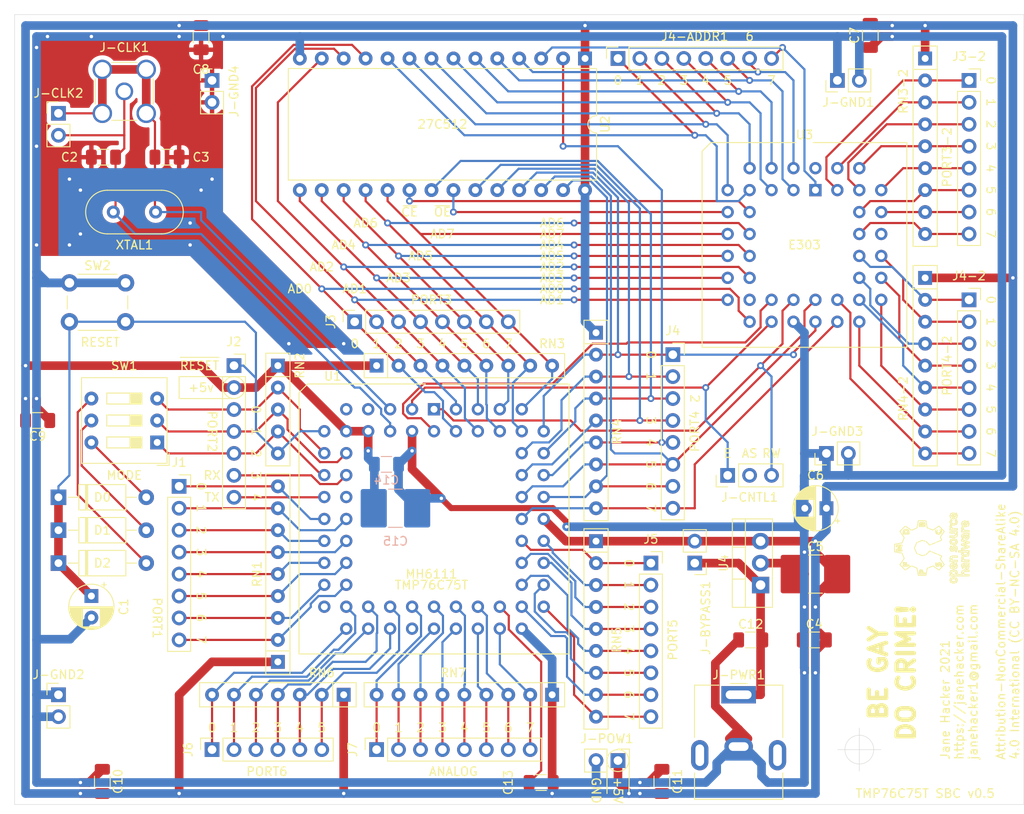
<source format=kicad_pcb>
(kicad_pcb (version 20211014) (generator pcbnew)
  (layers (0 "F.Cu" signal) (31 "B.Cu" signal) (34 "B.Paste" user) (35 "F.Paste" user) (36 "B.SilkS" user "B.Silkscreen") (37 "F.SilkS" user "F.Silkscreen") (38 "B.Mask" user) (39 "F.Mask" user) (44 "Edge.Cuts" user))
  (net 0 "")
  (net 1 "GND")
  (net 2 "Net-(D1-Pad2)")
  (net 3 "+5V")
  (net 4 "/CLK1")
  (net 5 "/CLK2")
  (net 6 "/AD7")
  (net 7 "/AD6")
  (net 8 "/AD5")
  (net 9 "/AD4")
  (net 10 "/AD3")
  (net 11 "/AD2")
  (net 12 "/AD1")
  (net 13 "/AD0")
  (net 14 "/A15")
  (net 15 "/A14")
  (net 16 "/A13")
  (net 17 "/A12")
  (net 18 "/A11")
  (net 19 "/A10")
  (net 20 "/A9")
  (net 21 "/A8")
  (net 22 "Net-(U1-Pad33)")
  (net 23 "Net-(U1-Pad26)")
  (net 24 "Net-(U1-Pad17)")
  (net 25 "Net-(U1-Pad9)")
  (net 26 "Net-(U1-Pad7)")
  (net 27 "/A0")
  (net 28 "/A1")
  (net 29 "/A2")
  (net 30 "/A3")
  (net 31 "/A4")
  (net 32 "/A5")
  (net 33 "/A6")
  (net 34 "/A7")
  (net 35 "Net-(U3-Pad35)")
  (net 36 "Net-(U3-Pad19)")
  (net 37 "/E")
  (net 38 "/RW")
  (net 39 "/AS")
  (net 40 "Net-(D0-Pad2)")
  (net 41 "Net-(D2-Pad2)")
  (net 42 "/VIN")
  (net 43 "/RESET")
  (net 44 "/TX")
  (net 45 "/RX")
  (net 46 "/P1.0")
  (net 47 "/P1.1")
  (net 48 "/P1.2")
  (net 49 "/P1.3")
  (net 50 "/P1.4")
  (net 51 "/P1.5")
  (net 52 "/P1.6")
  (net 53 "/P1.7")
  (net 54 "/P7.7")
  (net 55 "/P7.6")
  (net 56 "/P7.5")
  (net 57 "/P7.4")
  (net 58 "/P7.3")
  (net 59 "/P7.2")
  (net 60 "/P7.1")
  (net 61 "/P7.0")
  (net 62 "/P6.5")
  (net 63 "/P6.4")
  (net 64 "/P6.3")
  (net 65 "/P6.2")
  (net 66 "/P6.1")
  (net 67 "/P6.0")
  (net 68 "/P5.7")
  (net 69 "/P5.6")
  (net 70 "/P5.5")
  (net 71 "/P5.4")
  (net 72 "/P5.3")
  (net 73 "/P5.2")
  (net 74 "/P5.1")
  (net 75 "/P5.0")
  (net 76 "/P3.7")
  (net 77 "/P3.6")
  (net 78 "/P3.5")
  (net 79 "/P3.4")
  (net 80 "/P3.3")
  (net 81 "/P3.2")
  (net 82 "/P3.1")
  (net 83 "/P3.0")
  (net 84 "/P4.7")
  (net 85 "/P4.6")
  (net 86 "/P4.5")
  (net 87 "/P4.4")
  (net 88 "/P4.3")
  (net 89 "/P4.2")
  (net 90 "/P4.1")
  (net 91 "/P4.0")
  (net 92 "/P2.2")
  (net 93 "/P2.1")
  (net 94 "/P2.0")
  (net 95 "/OE")
  (net 96 "/CE")
  (net 97 "/AN-")
  (footprint "Connector_BarrelJack:BarrelJack_CUI_PJ-063AH_Horizontal" (layer "F.Cu") (at 167.64 130.81)
    (fp_text reference "J-PWR1")
    (fp_text value "Jack-DC")
  )
  (footprint "Resistor_THT:R_Array_SIP9" (layer "F.Cu") (at 114.3 127 90)
    (fp_text reference "RN1")
    (fp_text value "R_Network08")
  )
  (footprint "Resistor_THT:R_Array_SIP5" (layer "F.Cu") (at 114.3 92.71 -90)
    (fp_text reference "RN2")
    (fp_text value "R_Network04_US")
  )
  (footprint "Resistor_THT:R_Array_SIP9" (layer "F.Cu") (at 125.73 92.71)
    (fp_text reference "RN3")
    (fp_text value "R_Network08")
  )
  (footprint "Resistor_THT:R_Array_SIP9" (layer "F.Cu") (at 151.13 88.9 -90)
    (fp_text reference "RN4")
    (fp_text value "R_Network08")
  )
  (footprint "Resistor_THT:R_Array_SIP9" (layer "F.Cu") (at 151.13 113.03 -90)
    (fp_text reference "RN5")
    (fp_text value "R_Network08")
  )
  (footprint "Resistor_THT:R_Array_SIP7" (layer "F.Cu") (at 121.92 130.81 180)
    (fp_text reference "RN6")
    (fp_text value "R_Network06")
  )
  (footprint "Resistor_THT:R_Array_SIP9" (layer "F.Cu") (at 189.23 57.15 -90)
    (fp_text reference "RN3-2")
    (fp_text value "R_Network08")
  )
  (footprint "Resistor_THT:R_Array_SIP9" (layer "F.Cu") (at 189.23 82.55 -90)
    (fp_text reference "RN4-2")
    (fp_text value "R_Network08")
  )
  (footprint "Button_Switch_THT:SW_DIP_SPSTx03_Slide_9.78x9.8mm_W7.62mm_P2.54mm" (layer "F.Cu") (at 100.33 101.6 180)
    (fp_text reference "SW1")
    (fp_text value "SW_DIP_x03")
  )
  (footprint "Package_DIP:DIP-28_W15.24mm" (layer "F.Cu") (at 149.86 57.15 -90)
    (fp_text reference "U2")
    (fp_text value "27C256")
  )
  (footprint "Connector_PinSocket_2.54mm:PinSocket_1x08_P2.54mm_Vertical" (layer "F.Cu") (at 102.87 106.68)
    (fp_text reference "J1")
    (fp_text value "Conn_01x08_Male")
  )
  (footprint "Connector_PinSocket_2.54mm:PinSocket_1x08_P2.54mm_Vertical" (layer "F.Cu") (at 125.73 137.16 90)
    (fp_text reference "J7")
    (fp_text value "Conn_01x08_Male")
  )
  (footprint "Connector_PinSocket_2.54mm:PinSocket_1x08_P2.54mm_Vertical" (layer "F.Cu") (at 160.02 91.44)
    (fp_text reference "J4")
    (fp_text value "Conn_01x08_Male")
  )
  (footprint "Connector_PinSocket_2.54mm:PinSocket_1x08_P2.54mm_Vertical" (layer "F.Cu") (at 157.48 115.57)
    (fp_text reference "J5")
    (fp_text value "Conn_01x08_Male")
  )
  (footprint "Connector_PinSocket_2.54mm:PinSocket_1x08_P2.54mm_Vertical" (layer "F.Cu") (at 194.31 59.69)
    (fp_text reference "J3-2")
    (fp_text value "Conn_01x08_Male")
  )
  (footprint "Connector_PinSocket_2.54mm:PinSocket_1x08_P2.54mm_Vertical" (layer "F.Cu") (at 194.31 85.09)
    (fp_text reference "J4-2")
    (fp_text value "Conn_01x08_Male")
  )
  (footprint "Connector_PinSocket_2.54mm:PinSocket_1x08_P2.54mm_Vertical" (layer "F.Cu") (at 123.19 87.63 90)
    (fp_text reference "J3")
    (fp_text value "Conn_01x08_Male")
  )
  (footprint "Connector_PinSocket_2.54mm:PinSocket_1x06_P2.54mm_Vertical" (layer "F.Cu") (at 106.68 137.16 90)
    (fp_text reference "J6")
    (fp_text value "Conn_01x06_Male")
  )
  (footprint "Connector_PinSocket_2.54mm:PinSocket_1x07_P2.54mm_Vertical" (layer "F.Cu") (at 109.22 92.71)
    (fp_text reference "J2")
    (fp_text value "Conn_01x07_Male")
  )
  (footprint "Button_Switch_THT:SW_PUSH_6mm_H5mm" (layer "F.Cu") (at 90.17 83.13)
    (fp_text reference "SW2")
    (fp_text value "SW_Push_SPDT")
  )
  (footprint "Capacitor_SMD:C_2816_7142Metric" (layer "F.Cu") (at 176.53 116.84)
    (fp_text reference "C5")
    (fp_text value "C_Small")
  )
  (footprint "Capacitor_SMD:C_1206_3216Metric" (layer "F.Cu") (at 176.4 124.46)
    (fp_text reference "C4")
    (fp_text value "C_Small")
  )
  (footprint "Capacitor_SMD:C_1206_3216Metric" (layer "F.Cu") (at 182.88 54.48 90)
    (fp_text reference "C7")
    (fp_text value "C_Small")
  )
  (footprint "Capacitor_SMD:C_1206_3216Metric" (layer "F.Cu") (at 105.41 54.74 90)
    (fp_text reference "C8")
    (fp_text value "C_Small")
  )
  (footprint "Capacitor_SMD:C_1206_3216Metric" (layer "F.Cu") (at 86.49 99.06 180)
    (fp_text reference "C9")
    (fp_text value "C_Small")
  )
  (footprint "Capacitor_SMD:C_1206_3216Metric" (layer "F.Cu") (at 93.98 140.84 -90)
    (fp_text reference "C10")
    (fp_text value "C_Small")
  )
  (footprint "Diode_THT:D_A-405_P10.16mm_Horizontal" (layer "F.Cu") (at 88.9 111.76)
    (fp_text reference "D1")
    (fp_text value "IN4001")
  )
  (footprint "Diode_THT:D_A-405_P10.16mm_Horizontal" (layer "F.Cu") (at 88.9 115.57)
    (fp_text reference "D2")
    (fp_text value "IN4001")
  )
  (footprint "Capacitor_THT:CP_Radial_D5.0mm_P2.50mm" (layer "F.Cu") (at 177.8 109.22 180)
    (fp_text reference "C6")
    (fp_text value "C_Small")
  )
  (footprint "Connector_PinHeader_2.54mm:PinHeader_1x02_P2.54mm_Vertical" (layer "F.Cu") (at 153.67 138.43 -90)
    (fp_text reference "J-POW1")
    (fp_text value "Conn_01x02")
  )
  (footprint "Capacitor_SMD:C_1206_3216Metric" (layer "F.Cu") (at 169.04 124.46)
    (fp_text reference "C12")
    (fp_text value "C_Small")
  )
  (footprint "Connector_PinHeader_2.54mm:PinHeader_1x02_P2.54mm_Vertical" (layer "F.Cu") (at 162.56 115.57 180)
    (fp_text reference "J-BYPASS1")
    (fp_text value "Conn_01x02")
  )
  (footprint "Resistor_THT:R_Array_SIP9" (layer "F.Cu") (at 146.05 130.81 180)
    (fp_text reference "RN7")
    (fp_text value "R_Network08")
  )
  (footprint "Connector_PinSocket_2.54mm:PinSocket_1x08_P2.54mm_Vertical" (layer "F.Cu") (at 153.67 57.15 90)
    (fp_text reference "J4-ADDR1")
    (fp_text value "Conn_01x08_Male")
  )
  (footprint "Connector_Coaxial:SMA_Amphenol_901-144_Vertical" (layer "F.Cu") (at 96.52 60.96 -90)
    (fp_text reference "J-CLK1")
    (fp_text value "Conn_Coaxial_x2_Isolated")
  )
  (footprint "Capacitor_SMD:C_1206_3216Metric" (layer "F.Cu") (at 94.11 68.58 180)
    (fp_text reference "C2")
    (fp_text value "C_Small")
  )
  (footprint "Capacitor_SMD:C_1206_3216Metric" (layer "F.Cu") (at 101.47 68.58 180)
    (fp_text reference "C3")
    (fp_text value "C_Small")
  )
  (footprint "Crystal:Crystal_HC18-U_Vertical" (layer "F.Cu") (at 95.25 74.93)
    (fp_text reference "XTAL1")
    (fp_text value "Crystal")
  )
  (footprint "Capacitor_THT:CP_Radial_D5.0mm_P2.50mm" (layer "F.Cu") (at 92.71 119.38 -90)
    (fp_text reference "C1")
    (fp_text value "C")
  )
  (footprint "Diode_THT:D_A-405_P10.16mm_Horizontal" (layer "F.Cu") (at 88.9 107.95)
    (fp_text reference "D0")
    (fp_text value "IN4001")
  )
  (footprint "Capacitor_SMD:C_1206_3216Metric" (layer "F.Cu") (at 158.75 140.84 -90)
    (fp_text reference "C11")
    (fp_text value "C_Small")
  )
  (footprint "Package_LCC:PLCC-68_THT-Socket" (layer "F.Cu") (at 132.375199 97.76)
    (fp_text reference "U1")
    (fp_text value "TMP76C75T")
  )
  (footprint "Capacitor_SMD:C_1206_3216Metric" (layer "F.Cu") (at 144.78 140.97)
    (fp_text reference "C13")
    (fp_text value "C_Small")
  )
  (footprint "Package_TO_SOT_THT:TO-220-3_Vertical" (layer "F.Cu") (at 170.18 118.11 90)
    (fp_text reference "U4")
    (fp_text value "LM78M05_TO220")
  )
  (footprint "Package_LCC:PLCC-44_THT-Socket" (layer "F.Cu") (at 176.53 72.39)
    (fp_text reference "U3")
    (fp_text value "M60011-0131J")
  )
  (footprint "Connector_PinHeader_2.54mm:PinHeader_1x02_P2.54mm_Vertical" (layer "F.Cu") (at 88.9 63.5)
    (fp_text reference "J-CLK2")
    (fp_text value "Conn_01x02_Male")
  )
  (footprint "Connector_PinHeader_2.54mm:PinHeader_1x02_P2.54mm_Vertical" (layer "F.Cu") (at 179.07 59.69 90)
    (fp_text reference "J-GND1")
    (fp_text value "Conn_01x02")
  )
  (footprint "Connector_PinHeader_2.54mm:PinHeader_1x02_P2.54mm_Vertical" (layer "F.Cu") (at 88.9 130.81)
    (fp_text reference "J-GND2")
    (fp_text value "Conn_01x02")
  )
  (footprint "Connector_PinHeader_2.54mm:PinHeader_1x02_P2.54mm_Vertical" (layer "F.Cu") (at 177.8 102.87 90)
    (fp_text reference "J-GND3")
    (fp_text value "Conn_01x02")
  )
  (footprint "Connector_PinHeader_2.54mm:PinHeader_1x02_P2.54mm_Vertical" (layer "F.Cu") (at 106.68 59.69)
    (fp_text reference "J-GND4")
    (fp_text value "Conn_01x02")
  )
  (footprint "Connector_PinHeader_2.54mm:PinHeader_1x03_P2.54mm_Vertical" (layer "F.Cu") (at 166.37 105.41 90)
    (fp_text reference "J-CNTL1")
    (fp_text value "Conn_01x03_Male")
  )
  (footprint "Capacitor_SMD:C_2816_7142Metric" (layer "B.Cu") (at 127.91 109.22)
    (fp_text reference "C15")
    (fp_text value "C_Small")
  )
  (footprint "Capacitor_SMD:C_1206_3216Metric" (layer "B.Cu") (at 126.87 104.14)
    (fp_text reference "C14")
    (fp_text value "C_Small")
  )
  (gr_line (start 128.8 74.2) (end 130.4 74.2) (layer "F.SilkS") (width 0.12))
  (gr_line (start 102.87 96.52) (end 109.22 96.52) (layer "F.SilkS") (width 0.12))
  (gr_line (start 189.710234 113.460786) (end 189.761338 113.477237) (layer "F.SilkS") (width 0.1))
  (gr_line (start 192.52753 113.280271) (end 192.324745 113.238336) (layer "F.SilkS") (width 0.1))
  (gr_line (start 192.593449 116.087985) (end 192.5934 115.5589) (layer "F.SilkS") (width 0.1))
  (gr_line (start 193.443118 112.492606) (end 193.568176 112.778967) (layer "F.SilkS") (width 0.1))
  (gr_line (start 194.320156 112.52275) (end 194.233937 112.313404) (layer "F.SilkS") (width 0.1))
  (gr_line (start 192.348861 116.85717) (end 192.529262 116.881258) (layer "F.SilkS") (width 0.1))
  (gr_line (start 188.586131 110.940202) (end 188.643866 110.881107) (layer "F.SilkS") (width 0.1))
  (gr_line (start 192.9568 111.9274) (end 192.1 111.9274) (layer "F.SilkS") (width 0.1))
  (gr_line (start 188.675879 116.681622) (end 188.8667 116.6817) (layer "F.SilkS") (width 0.1))
  (gr_line (start 193.508979 111.379039) (end 193.443086 111.55652) (layer "F.SilkS") (width 0.1))
  (gr_line (start 188.8133 111.2012) (end 188.8133 111.1294) (layer "F.SilkS") (width 0.1))
  (gr_line (start 192.4413 111.5693) (end 192.262181 111.403544) (layer "F.SilkS") (width 0.1))
  (gr_line (start 190.851527 116.346942) (end 191.422332 115.781264) (layer "F.SilkS") (width 0.1))
  (gr_line (start 193.5445 115.2127) (end 193.4532 115.2127) (layer "F.SilkS") (width 0.1))
  (gr_line (start 186.383134 113.916848) (end 186.290092 113.956091) (layer "F.SilkS") (width 0.1))
  (gr_line (start 188.5632 116.8292) (end 188.549842 116.727081) (layer "F.SilkS") (width 0.1))
  (gr_line (start 192.731987 117.684931) (end 192.52753 117.726819) (layer "F.SilkS") (width 0.1))
  (gr_line (start 191.005192 111.907569) (end 191.001377 111.849888) (layer "F.SilkS") (width 0.1))
  (gr_line (start 192.5275 117.8976) (end 192.857013 117.80555) (layer "F.SilkS") (width 0.1))
  (gr_line (start 192.1 117.0526) (end 192.1 116.8812) (layer "F.SilkS") (width 0.1))
  (gr_line (start 192.610366 113.822834) (end 192.694866 113.719012) (layer "F.SilkS") (width 0.1))
  (gr_line (start 190.992312 111.804503) (end 190.980379 111.769515) (layer "F.SilkS") (width 0.1))
  (gr_line (start 193.8047 112.3101) (end 193.8047 112.5462) (layer "F.SilkS") (width 0.1))
  (gr_line (start 186.290115 113.710201) (end 186.383158 113.74944) (layer "F.SilkS") (width 0.1))
  (gr_line (start 194.049703 116.093551) (end 193.946545 115.946139) (layer "F.SilkS") (width 0.1))
  (gr_line (start 186.794262 115.055918) (end 186.3292 115.7275) (layer "F.SilkS") (width 0.1))
  (gr_line (start 193.880833 114.636613) (end 193.698661 114.612336) (layer "F.SilkS") (width 0.1))
  (gr_line (start 192.880659 116.135695) (end 192.96686 115.882044) (layer "F.SilkS") (width 0.1))
  (gr_line (start 194.074997 110.816704) (end 194.157829 111.002506) (layer "F.SilkS") (width 0.1))
  (gr_line (start 189.710237 114.191462) (end 189.6682 114.2595) (layer "F.SilkS") (width 0.1))
  (gr_line (start 192.966883 113.899801) (end 192.897822 113.649909) (layer "F.SilkS") (width 0.1))
  (gr_line (start 190.492807 115.525282) (end 190.610187 115.567833) (layer "F.SilkS") (width 0.1))
  (gr_line (start 190.590081 111.823881) (end 190.578629 111.915127) (layer "F.SilkS") (width 0.1))
  (gr_line (start 194.0531 113.1823) (end 193.453237 113.374815) (layer "F.SilkS") (width 0.1))
  (gr_line (start 191.085901 115.558373) (end 191.136954 115.752212) (layer "F.SilkS") (width 0.1))
  (gr_line (start 188.692549 116.519472) (end 188.677281 116.564386) (layer "F.SilkS") (width 0.1))
  (gr_line (start 189.28187 116.991027) (end 189.323764 116.956561) (layer "F.SilkS") (width 0.1))
  (gr_line (start 194.233937 115.745252) (end 194.2339 115.7419) (layer "F.SilkS") (width 0.1))
  (gr_line (start 192.9567 114.9058) (end 192.9567 114.735) (layer "F.SilkS") (width 0.1))
  (gr_line (start 192.857014 112.843251) (end 192.5275 112.751201) (layer "F.SilkS") (width 0.1))
  (gr_line (start 187.0231 111.6456) (end 187.172923 111.672075) (layer "F.SilkS") (width 0.1))
  (gr_line (start 194.220419 114.3) (end 194.31 114.3) (layer "F.SilkS") (width 0.1))
  (gr_line (start 192.324745 113.238336) (end 192.262192 113.101136) (layer "F.SilkS") (width 0.1))
  (gr_line (start 190.874935 112.08486) (end 190.943166 112.052712) (layer "F.SilkS") (width 0.1))
  (gr_line (start 185.881682 114.148489) (end 185.8817 114.0076) (layer "F.SilkS") (width 0.1))
  (gr_line (start 192.353519 114.217982) (end 192.525863 114.148495) (layer "F.SilkS") (width 0.1))
  (gr_line (start 192.708202 116.857188) (end 192.7946 116.7138) (layer "F.SilkS") (width 0.1))
  (gr_line (start 188.67396 116.654675) (end 188.675879 116.681622) (layer "F.SilkS") (width 0.1))
  (gr_line (start 190.69219 112.079658) (end 190.789527 112.094788) (layer "F.SilkS") (width 0.1))
  (gr_line (start 186.812578 112.041833) (end 186.815006 112.072086) (layer "F.SilkS") (width 0.1))
  (gr_line (start 186.334232 115.781205) (end 186.905036 116.346835) (layer "F.SilkS") (width 0.1))
  (gr_line (start 192.88066 110.331435) (end 192.966861 110.077743) (layer "F.SilkS") (width 0.1))
  (gr_line (start 194.233843 111.252841) (end 194.320056 110.999149) (layer "F.SilkS") (width 0.1))
  (gr_line (start 192.721896 115.699552) (end 192.804725 115.885353) (layer "F.SilkS") (width 0.1))
  (gr_line (start 193.544491 116.881821) (end 193.4431 116.657488) (layer "F.SilkS") (width 0.1))
  (gr_line (start 186.459 113.8847) (end 186.383134 113.916848) (layer "F.SilkS") (width 0.1))
  (gr_line (start 192.897822 113.649909) (end 192.703262 113.548197) (layer "F.SilkS") (width 0.1))
  (gr_line (start 190.626821 112.039469) (end 190.69219 112.079658) (layer "F.SilkS") (width 0.1))
  (gr_line (start 191.427364 115.727558) (end 191.00037 115.111151) (layer "F.SilkS") (width 0.1))
  (gr_line (start 188.246899 116.133454) (end 188.286837 116.179457) (layer "F.SilkS") (width 0.1))
  (gr_line (start 193.605252 115.916039) (end 193.715135 115.741915) (layer "F.SilkS") (width 0.1))
  (gr_line (start 185.8817 113.5178) (end 186.029136 113.500305) (layer "F.SilkS") (width 0.1))
  (gr_line (start 193.4532 111.7809) (end 193.4532 111.9516) (layer "F.SilkS") (width 0.1))
  (gr_line (start 194.053063 113.178904) (end 194.0531 113.1823) (layer "F.SilkS") (width 0.1))
  (gr_line (start 194.31 116.5453) (end 193.7997 116.5453) (layer "F.SilkS") (width 0.1))
  (gr_line (start 190.610187 115.567833) (end 190.5849 115.62882) (layer "F.SilkS") (width 0.1))
  (gr_line (start 190.103033 115.916782) (end 190.163966 115.921306) (layer "F.SilkS") (width 0.1))
  (gr_line (start 187.625326 115.898932) (end 187.685972 115.895173) (layer "F.SilkS") (width 0.1))
  (gr_line (start 192.527978 113.605309) (end 192.446417 113.794325) (layer "F.SilkS") (width 0.1))
  (gr_line (start 186.459024 113.781587) (end 186.459 113.8847) (layer "F.SilkS") (width 0.1))
  (gr_line (start 193.7253 112.1393) (end 193.505015 112.237484) (layer "F.SilkS") (width 0.1))
  (gr_line (start 193.505015 115.669266) (end 193.443118 115.924407) (layer "F.SilkS") (width 0.1))
  (gr_line (start 193.946545 115.946139) (end 193.9466 115.7419) (layer "F.SilkS") (width 0.1))
  (gr_line (start 193.7945 115.2127) (end 193.615382 115.046897) (layer "F.SilkS") (width 0.1))
  (gr_line (start 193.7253 115.5711) (end 193.505015 115.669266) (layer "F.SilkS") (width 0.1))
  (gr_line (start 193.740455 116.374531) (end 194.31 116.3745) (layer "F.SilkS") (width 0.1))
  (gr_line (start 192.9567 111.7401) (end 192.9567 111.5693) (layer "F.SilkS") (width 0.1))
  (gr_line (start 193.508979 114.810839) (end 193.443086 114.98832) (layer "F.SilkS") (width 0.1))
  (gr_line (start 189.100565 111.166212) (end 189.101524 111.124612) (layer "F.SilkS") (width 0.1))
  (gr_line (start 194.31 111.7809) (end 193.7945 111.7809) (layer "F.SilkS") (width 0.1))
  (gr_line (start 193.698661 114.612336) (end 193.6154 114.4675) (layer "F.SilkS") (width 0.1))
  (gr_line (start 187.3541 115.9309) (end 186.6928 115.9309) (layer "F.SilkS") (width 0.1))
  (gr_line (start 191.144817 114.780209) (end 191.128211 114.735531) (layer "F.SilkS") (width 0.1))
  (gr_line (start 192.262192 117.547636) (end 192.324745 117.410341) (layer "F.SilkS") (width 0.1))
  (gr_line (start 192.804725 115.885353) (end 192.593449 116.087985) (layer "F.SilkS") (width 0.1))
  (gr_line (start 192.262254 116.7138) (end 192.348861 116.85717) (layer "F.SilkS") (width 0.1))
  (gr_line (start 188.768348 116.328978) (end 188.940596 116.408404) (layer "F.SilkS") (width 0.1))
  (gr_line (start 188.4327 110.6955) (end 188.286838 111.472698) (layer "F.SilkS") (width 0.1))
  (gr_line (start 194.320142 114.519369) (end 194.220419 114.3) (layer "F.SilkS") (width 0.1))
  (gr_line (start 192.794558 110.795874) (end 192.731569 110.958515) (layer "F.SilkS") (width 0.1))
  (gr_line (start 194.31 112.1393) (end 193.7253 112.1393) (layer "F.SilkS") (width 0.1))
  (gr_line (start 104.14 93.98) (end 102.87 93.98) (layer "F.SilkS") (width 0.12))
  (gr_line (start 190.967979 111.742094) (end 191.087264 111.701435) (layer "F.SilkS") (width 0.1))
  (gr_line (start 189.317943 114.598675) (end 188.882921 114.710765) (layer "F.SilkS") (width 0.1))
  (gr_line (start 194.133545 115.783965) (end 194.157825 115.93276) (layer "F.SilkS") (width 0.1))
  (gr_line (start 194.31 115.7419) (end 194.31 115.5711) (layer "F.SilkS") (width 0.1))
  (gr_line (start 155 138.43) (end 154.94 142.24) (layer "F.SilkS") (width 0.12))
  (gr_line (start 192.19163 111.068625) (end 192.529124 111.187712) (layer "F.SilkS") (width 0.1))
  (gr_line (start 192.694866 113.719012) (end 192.804656 113.88647) (layer "F.SilkS") (width 0.1))
  (gr_line (start 192.262192 113.101136) (end 192.324745 112.963841) (layer "F.SilkS") (width 0.1))
  (gr_line (start 192.446417 113.794325) (end 192.43635 113.934976) (layer "F.SilkS") (width 0.1))
  (gr_line (start 189.323798 110.69573) (end 189.281905 110.661264) (layer "F.SilkS") (width 0.1))
  (gr_line (start 194.147747 114.4675) (end 194.064336 114.612335) (layer "F.SilkS") (width 0.1))
  (gr_line (start 194.0531 113.6946) (end 193.453237 113.857046) (layer "F.SilkS") (width 0.1))
  (gr_line (start 190.841122 115.78058) (end 190.814878 115.844878) (layer "F.SilkS") (width 0.1))
  (gr_line (start 189.011823 110.977105) (end 188.946455 111.011143) (layer "F.SilkS") (width 0.1))
  (gr_line (start 186.543018 113.465789) (end 186.543 113.6095) (layer "F.SilkS") (width 0.1))
  (gr_line (start 193.880136 116.184556) (end 194.058206 116.254244) (layer "F.SilkS") (width 0.1))
  (gr_line (start 186.959236 111.300335) (end 186.905036 111.305302) (layer "F.SilkS") (width 0.1))
  (gr_line (start 190.980379 111.769515) (end 190.967979 111.742094) (layer "F.SilkS") (width 0.1))
  (gr_line (start 188.546 116.6325) (end 188.598008 116.407459) (layer "F.SilkS") (width 0.1))
  (gr_line (start 192.7946 116.7138) (end 192.711351 116.568965) (layer "F.SilkS") (width 0.1))
  (gr_line (start 187.0812 115.5243) (end 187.0812 115.7834) (layer "F.SilkS") (width 0.1))
  (gr_line (start 192.721897 109.895299) (end 192.804726 110.0811) (layer "F.SilkS") (width 0.1))
  (gr_line (start 190.968993 115.651027) (end 190.941324 115.646314) (layer "F.SilkS") (width 0.1))
  (gr_line (start 186.530169 114.417003) (end 186.576069 114.456718) (layer "F.SilkS") (width 0.1))
  (gr_line (start 189.323764 116.956561) (end 189.466143 116.198463) (layer "F.SilkS") (width 0.1))
  (gr_line (start 188.9936 116.6817) (end 189.215 116.6817) (layer "F.SilkS") (width 0.1))
  (gr_line (start 188.598008 116.407459) (end 188.768348 116.328978) (layer "F.SilkS") (width 0.1))
  (gr_line (start 194.320156 115.95455) (end 194.233937 115.745252) (layer "F.SilkS") (width 0.1))
  (gr_line (start 192.966804 113.101151) (end 192.857014 112.843251) (layer "F.SilkS") (width 0.1))
  (gr_line (start 193.8047 115.978) (end 193.880136 116.184556) (layer "F.SilkS") (width 0.1))
  (gr_line (start 194.233937 112.313404) (end 194.2339 112.3101) (layer "F.SilkS") (width 0.1))
  (gr_line (start 190.469855 112.046562) (end 190.44695 111.913239) (layer "F.SilkS") (width 0.1))
  (gr_line (start 192.1 115.2423) (end 192.1 115.4131) (layer "F.SilkS") (width 0.1))
  (gr_line (start 192.089827 110.104549) (end 192.185542 110.341097) (layer "F.SilkS") (width 0.1))
  (gr_line (start 194.157825 115.93276) (end 194.049703 116.093551) (layer "F.SilkS") (width 0.1))
  (gr_line (start 187.345682 112.219552) (end 186.7015 112.2196) (layer "F.SilkS") (width 0.1))
  (gr_line (start 190.998372 112.600235) (end 191.000404 112.54114) (layer "F.SilkS") (width 0.1))
  (gr_line (start 193.605257 111.025865) (end 193.8047 110.84673) (layer "F.SilkS") (width 0.1))
  (gr_line (start 192.262181 111.403544) (end 192.304408 111.291354) (layer "F.SilkS") (width 0.1))
  (gr_line (start 188.993561 116.635337) (end 188.9936 116.6817) (layer "F.SilkS") (width 0.1))
  (gr_line (start 193.443086 111.55652) (end 193.544477 111.777496) (layer "F.SilkS") (width 0.1))
  (gr_line (start 192.9568 112.0981) (end 192.9568 111.9274) (layer "F.SilkS") (width 0.1))
  (gr_line (start 193.554666 114.747058) (end 193.880838 114.807337) (layer "F.SilkS") (width 0.1))
  (gr_line (start 194.061187 114.324112) (end 194.147747 114.4675) (layer "F.SilkS") (width 0.1))
  (gr_line (start 190.460835 115.81935) (end 190.447 115.719121) (layer "F.SilkS") (width 0.1))
  (gr_line (start 189.215 116.8292) (end 188.5632 116.8292) (layer "F.SilkS") (width 0.1))
  (gr_line (start 193.7997 116.5453) (end 193.615477 116.712758) (layer "F.SilkS") (width 0.1))
  (gr_line (start 187.685972 111.756934) (end 187.625326 111.753161) (layer "F.SilkS") (width 0.1))
  (gr_line (start 192.324745 117.410341) (end 192.5292 117.3685) (layer "F.SilkS") (width 0.1))
  (gr_line (start 192.08979 111.34492) (end 192.191182 111.565991) (layer "F.SilkS") (width 0.1))
  (gr_line (start 185.684141 113.42607) (end 185.6841 114.226) (layer "F.SilkS") (width 0.1))
  (gr_line (start 193.615382 115.046897) (end 193.657704 114.934707) (layer "F.SilkS") (width 0.1))
  (gr_line (start 192.252055 115.908718) (end 192.4515 115.729583) (layer "F.SilkS") (width 0.1))
  (gr_line (start 190.777659 115.902559) (end 190.723262 115.944166) (layer "F.SilkS") (width 0.1))
  (gr_line (start 194.31 115.5711) (end 193.7253 115.5711) (layer "F.SilkS") (width 0.1))
  (gr_line (start 194.31 111.9516) (end 194.31 111.7809) (layer "F.SilkS") (width 0.1))
  (gr_line (start 192.199686 117.8056) (end 192.52753 117.89765) (layer "F.SilkS") (width 0.1))
  (gr_line (start 109.22 93.98) (end 104.14 93.98) (layer "F.SilkS") (width 0.12))
  (gr_line (start 187.362827 112.022876) (end 187.359517 112.115541) (layer "F.SilkS") (width 0.1))
  (gr_line (start 193.8047 111.205) (end 193.605257 111.025865) (layer "F.SilkS") (width 0.1))
  (gr_line (start 192.4465 115.2423) (end 192.262276 115.073187) (layer "F.SilkS") (width 0.1))
  (gr_line (start 186.959236 116.351805) (end 187.625326 115.898932) (layer "F.SilkS") (width 0.1))
  (gr_line (start 190.645921 112.222435) (end 190.537132 112.152464) (layer "F.SilkS") (width 0.1))
  (gr_line (start 193.880833 114.300042) (end 194.061187 114.324112) (layer "F.SilkS") (width 0.1))
  (gr_line (start 188.286837 116.179457) (end 188.432699 116.956608) (layer "F.SilkS") (width 0.1))
  (gr_line (start 188.795644 111.032008) (end 188.738865 111.002696) (layer "F.SilkS") (width 0.1))
  (gr_line (start 192.8655 112.0981) (end 192.9568 112.0981) (layer "F.SilkS") (width 0.1))
  (gr_line (start 191.01 115.7522) (end 191.004779 115.700667) (layer "F.SilkS") (width 0.1))
  (gr_line (start 189.761338 113.477237) (end 191.128248 112.91676) (layer "F.SilkS") (width 0.1))
  (gr_line (start 192.238545 110.49793) (end 192.08982 110.802635) (layer "F.SilkS") (width 0.1))
  (gr_line (start 189.317943 113.053656) (end 189.634944 113.349828) (layer "F.SilkS") (width 0.1))
  (gr_line (start 191.087264 111.701435) (end 191.121617 111.789371) (layer "F.SilkS") (width 0.1))
  (gr_line (start 193.4532 113.4988) (end 194.053063 113.691315) (layer "F.SilkS") (width 0.1))
  (gr_line (start 191.136886 111.920803) (end 191.1369 111.9208) (layer "F.SilkS") (width 0.1))
  (gr_line (start 188.92204 110.85038) (end 189.014605 110.82769) (layer "F.SilkS") (width 0.1))
  (gr_line (start 194.309907 113.766668) (end 194.31 113.616) (layer "F.SilkS") (width 0.1))
  (gr_line (start 193.615477 116.712758) (end 193.7997 116.881823) (layer "F.SilkS") (width 0.1))
  (gr_line (start 192.1 115.4131) (end 192.9567 115.4131) (layer "F.SilkS") (width 0.1))
  (gr_line (start 189.204544 111.344923) (end 188.5632 111.3449) (layer "F.SilkS") (width 0.1))
  (gr_line (start 190.79731 111.300379) (end 190.164 111.731) (layer "F.SilkS") (width 0.1))
  (gr_line (start 186.542976 114.056789) (end 186.543 114.2005) (layer "F.SilkS") (width 0.1))
  (gr_line (start 190.988493 111.99456) (end 191.005192 111.907569) (layer "F.SilkS") (width 0.1))
  (gr_line (start 192.804726 110.0811) (end 192.593449 110.283685) (layer "F.SilkS") (width 0.1))
  (gr_line (start 192.304408 111.291354) (end 192.155683 111.167439) (layer "F.SilkS") (width 0.1))
  (gr_line (start 186.3342 111.8709) (end 186.329168 111.924561) (layer "F.SilkS") (width 0.1))
  (gr_line (start 192.731987 117.410341) (end 192.794539 117.547636) (layer "F.SilkS") (width 0.1))
  (gr_line (start 193.4532 115.3835) (end 194.31 115.3835) (layer "F.SilkS") (width 0.1))
  (gr_line (start 189.2236 111.1265) (end 189.22029 111.23382) (layer "F.SilkS") (width 0.1))
  (gr_line (start 190.941324 115.646314) (end 190.887404 115.676569) (layer "F.SilkS") (width 0.1))
  (gr_line (start 192.089827 115.908803) (end 192.185542 116.145333) (layer "F.SilkS") (width 0.1))
  (gr_line (start 188.738865 111.002696) (end 188.682563 111.032949) (layer "F.SilkS") (width 0.1))
  (gr_line (start 187.2329 112.0721) (end 187.234368 112.047984) (layer "F.SilkS") (width 0.1))
  (gr_line (start 193.443118 115.924407) (end 193.568176 116.210721) (layer "F.SilkS") (width 0.1))
  (gr_line (start 188.72165 116.491103) (end 188.692549 116.519472) (layer "F.SilkS") (width 0.1))
  (gr_line (start 187.022997 111.797879) (end 186.86554 111.848941) (layer "F.SilkS") (width 0.1))
  (gr_line (start 192.891037 112.513297) (end 192.966854 112.320741) (layer "F.SilkS") (width 0.1))
  (gr_line (start 192.711351 116.568965) (end 192.529262 116.544688) (layer "F.SilkS") (width 0.1))
  (gr_line (start 192.1 112.6054) (end 192.6695 112.6054) (layer "F.SilkS") (width 0.1))
  (gr_line (start 192.185542 110.341097) (end 192.530897 110.454499) (layer "F.SilkS") (width 0.1))
  (gr_line (start 186.333057 113.617061) (end 186.10403 113.631248) (layer "F.SilkS") (width 0.1))
  (gr_line (start 186.6928 115.9309) (end 186.6928 115.4921) (layer "F.SilkS") (width 0.1))
  (gr_line (start 192.794539 117.547636) (end 192.731987 117.684931) (layer "F.SilkS") (width 0.1))
  (gr_line (start 193.4532 111.9516) (end 194.31 111.9516) (layer "F.SilkS") (width 0.1))
  (gr_line (start 192.52753 117.726819) (end 192.324745 117.684931) (layer "F.SilkS") (width 0.1))
  (gr_line (start 186.8178 115.4921) (end 186.8178 115.7834) (layer "F.SilkS") (width 0.1))
  (gr_line (start 192.16568 114.826872) (end 192.08985 115.017957) (layer "F.SilkS") (width 0.1))
  (gr_line (start 192.1 112.0981) (end 192.6103 112.0981) (layer "F.SilkS") (width 0.1))
  (gr_line (start 192.593449 110.283685) (end 192.5934 109.7546) (layer "F.SilkS") (width 0.1))
  (gr_line (start 193.538689 111.262468) (end 193.883998 111.375905) (layer "F.SilkS") (width 0.1))
  (gr_line (start 190.163966 115.921306) (end 190.797276 116.351912) (layer "F.SilkS") (width 0.1))
  (gr_line (start 190.721835 115.695477) (end 190.759533 115.606595) (layer "F.SilkS") (width 0.1))
  (gr_line (start 192.855355 116.434094) (end 192.966912 116.661831) (layer "F.SilkS") (width 0.1))
  (gr_line (start 186.275818 113.829831) (end 186.169893 113.785388) (layer "F.SilkS") (width 0.1))
  (gr_line (start 192.1 111.5693) (end 192.1 111.7401) (layer "F.SilkS") (width 0.1))
  (gr_line (start 192.4515 109.7546) (end 192.187623 109.859296) (layer "F.SilkS") (width 0.1))
  (gr_line (start 189.014605 110.82769) (end 189.171108 110.902861) (layer "F.SilkS") (width 0.1))
  (gr_line (start 193.71 113.4351) (end 194.31 113.2577) (layer "F.SilkS") (width 0.1))
  (gr_line (start 192.5292 117.3685) (end 192.731987 117.410341) (layer "F.SilkS") (width 0.1))
  (gr_line (start 194.244953 116.175349) (end 194.320156 115.95455) (layer "F.SilkS") (width 0.1))
  (gr_line (start 192.08977 113.101151) (end 192.199656 113.358956) (layer "F.SilkS") (width 0.1))
  (gr_line (start 190.990465 115.668042) (end 190.968993 115.651027) (layer "F.SilkS") (width 0.1))
  (gr_line (start 188.643866 110.881107) (end 188.732137 110.859836) (layer "F.SilkS") (width 0.1))
  (gr_line (start 187.278849 111.747246) (end 187.341833 111.865914) (layer "F.SilkS") (width 0.1))
  (gr_line (start 188.9269 111.2012) (end 189.0977 111.2012) (layer "F.SilkS") (width 0.1))
  (gr_line (start 188.946455 111.011143) (end 188.926894 111.108535) (layer "F.SilkS") (width 0.1))
  (gr_line (start 188.546052 111.145388) (end 188.555117 111.030502) (layer "F.SilkS") (width 0.1))
  (gr_line (start 193.615382 111.615144) (end 193.657704 111.502954) (layer "F.SilkS") (width 0.1))
  (gr_line (start 188.882921 112.941585) (end 189.317943 113.053656) (layer "F.SilkS") (width 0.1))
  (gr_line (start 186.10403 113.631248) (end 186.192779 113.669071) (layer "F.SilkS") (width 0.1))
  (gr_line (start 185.6841 114.226) (end 185.718885 114.267416) (layer "F.SilkS") (width 0.1))
  (gr_line (start 192.794537 113.101136) (end 192.731985 113.238336) (layer "F.SilkS") (width 0.1))
  (gr_line (start 191.086403 115.971589) (end 190.968071 115.929982) (layer "F.SilkS") (width 0.1))
  (gr_line (start 189.281905 110.661264) (end 188.474629 110.661169) (layer "F.SilkS") (width 0.1))
  (gr_line (start 190.705136 115.740391) (end 190.721835 115.695477) (layer "F.SilkS") (width 0.1))
  (gr_line (start 189.6682 114.2595) (end 189.634944 114.302522) (layer "F.SilkS") (width 0.1))
  (gr_line (start 194.31 113.1069) (end 193.453293 112.835715) (layer "F.SilkS") (width 0.1))
  (gr_line (start 192.529262 116.544688) (end 192.345676 116.568965) (layer "F.SilkS") (width 0.1))
  (gr_line (start 192.3873 114.735) (end 192.16568 114.826872) (layer "F.SilkS") (width 0.1))
  (gr_line (start 191.136954 115.752212) (end 191.131733 115.830693) (layer "F.SilkS") (width 0.1))
  (gr_line (start 193.5445 114.3) (end 193.443109 114.519369) (layer "F.SilkS") (width 0.1))
  (gr_line (start 193.9467 110.6761) (end 193.8046 110.6761) (layer "F.SilkS") (width 0.1))
  (gr_line (start 192.325349 110.958533) (end 192.262212 110.795874) (layer "F.SilkS") (width 0.1))
  (gr_line (start 190.645488 115.960238) (end 190.562942 115.943215) (layer "F.SilkS") (width 0.1))
  (gr_line (start 194.31 114.3) (end 194.31 114.1293) (layer "F.SilkS") (width 0.1))
  (gr_line (start 188.555117 111.030502) (end 188.586131 110.940202) (layer "F.SilkS") (width 0.1))
  (gr_line (start 192.6103 112.43467) (end 192.1 112.4347) (layer "F.SilkS") (width 0.1))
  (gr_line (start 191.047197 112.16428) (end 190.792403 112.247962) (layer "F.SilkS") (width 0.1))
  (gr_line (start 194.049703 112.661704) (end 193.946545 112.514339) (layer "F.SilkS") (width 0.1))
  (gr_line (start 192.331523 113.67372) (end 192.206559 113.568291) (layer "F.SilkS") (width 0.1))
  (gr_line (start 187.625326 111.753161) (end 186.959236 111.300335) (layer "F.SilkS") (width 0.1))
  (gr_line (start 192.9567 115.2423) (end 192.4465 115.2423) (layer "F.SilkS") (width 0.1))
  (gr_line (start 190.447 115.719121) (end 190.461315 115.604709) (layer "F.SilkS") (width 0.1))
  (gr_line (start 192.08982 110.802635) (end 192.19163 111.068625) (layer "F.SilkS") (width 0.1))
  (gr_line (start 190.588722 115.785782) (end 190.634048 115.808947) (layer "F.SilkS") (width 0.1))
  (gr_line (start 190.664583 115.800435) (end 190.687008 115.776322) (layer "F.SilkS") (width 0.1))
  (gr_line (start 188.549842 116.727081) (end 188.546018 116.632525) (layer "F.SilkS") (width 0.1))
  (gr_line (start 186.685309 112.018198) (end 186.704393 111.86549) (layer "F.SilkS") (width 0.1))
  (gr_line (start 190.590081 111.981789) (end 190.626821 112.039469) (layer "F.SilkS") (width 0.1))
  (gr_line (start 188.286838 111.472698) (end 188.2469 111.518701) (layer "F.SilkS") (width 0.1))
  (gr_line (start 192.155683 111.167439) (end 192.08979 111.34492) (layer "F.SilkS") (width 0.1))
  (gr_line (start 194.31 112.3101) (end 194.31 112.1393) (layer "F.SilkS") (width 0.1))
  (gr_line (start 191.121617 111.789371) (end 191.136886 111.920803) (layer "F.SilkS") (width 0.1))
  (gr_line (start 192.1 112.4347) (end 192.1 112.6054) (layer "F.SilkS") (width 0.1))
  (gr_line (start 192.9567 111.5693) (end 192.4413 111.5693) (layer "F.SilkS") (width 0.1))
  (gr_line (start 132.5 74.2) (end 134.2 74.2) (layer "F.SilkS") (width 0.12))
  (gr_line (start 194.244953 112.743573) (end 194.320156 112.52275) (layer "F.SilkS") (width 0.1))
  (gr_line (start 188.432699 116.956608) (end 188.474593 116.991074) (layer "F.SilkS") (width 0.1))
  (gr_line (start 192.187623 115.663537) (end 192.089827 115.908803) (layer "F.SilkS") (width 0.1))
  (gr_line (start 192.5275 112.751201) (end 192.199656 112.843251) (layer "F.SilkS") (width 0.1))
  (gr_line (start 192.324745 112.963841) (end 192.5292 112.922) (layer "F.SilkS") (width 0.1))
  (gr_line (start 185.8817 114.0076) (end 185.959474 113.968356) (layer "F.SilkS") (width 0.1))
  (gr_line (start 192.185542 116.145333) (end 192.530897 116.258753) (layer "F.SilkS") (width 0.1))
  (gr_line (start 190.467448 111.778022) (end 190.484147 111.735471) (layer "F.SilkS") (width 0.1))
  (gr_line (start 186.86554 111.848941) (end 186.812099 112.010631) (layer "F.SilkS") (width 0.1))
  (gr_line (start 192.5275 113.4511) (end 192.857014 113.358956) (layer "F.SilkS") (width 0.1))
  (gr_line (start 185.959474 113.691305) (end 185.8817 113.652066) (layer "F.SilkS") (width 0.1))
  (gr_line (start 192.206559 113.568291) (end 192.089898 113.901552) (layer "F.SilkS") (width 0.1))
  (gr_line (start 188.940596 116.408404) (end 188.993561 116.635337) (layer "F.SilkS") (width 0.1))
  (gr_line (start 193.4532 115.2127) (end 193.4532 115.3835) (layer "F.SilkS") (width 0.1))
  (gr_line (start 185.718885 114.267416) (end 186.530169 114.417003) (layer "F.SilkS") (width 0.1))
  (gr_line (start 192.96686 115.882044) (end 192.828297 115.575637) (layer "F.SilkS") (width 0.1))
  (gr_line (start 186.543 113.6095) (end 186.333057 113.617061) (layer "F.SilkS") (width 0.1))
  (gr_line (start 194.0091 115.7419) (end 194.133545 115.783965) (layer "F.SilkS") (width 0.1))
  (gr_line (start 188.666341 111.121831) (end 188.666821 111.16249) (layer "F.SilkS") (width 0.1))
  (gr_line (start 194.0091 112.3101) (end 194.133545 112.352165) (layer "F.SilkS") (width 0.1))
  (gr_line (start 192.156436 114.126943) (end 192.353519 114.217982) (layer "F.SilkS") (width 0.1))
  (gr_line (start 192.596861 113.973556) (end 192.610366 113.822834) (layer "F.SilkS") (width 0.1))
  (gr_line (start 192.1912 115.2423) (end 192.1 115.2423) (layer "F.SilkS") (width 0.1))
  (gr_line (start 192.089877 116.661831) (end 192.201433 116.434094) (layer "F.SilkS") (width 0.1))
  (gr_line (start 189.634944 113.349828) (end 189.6682 113.392754) (layer "F.SilkS") (width 0.1))
  (gr_line (start 191.422366 111.871024) (end 190.851561 111.305346) (layer "F.SilkS") (width 0.1))
  (gr_line (start 192.530897 110.454499) (end 192.88066 110.331435) (layer "F.SilkS") (width 0.1))
  (gr_line (start 186.79868 112.656517) (end 186.57611 113.195261) (layer "F.SilkS") (width 0.1))
  (gr_line (start 193.544477 115.209343) (end 193.5445 115.2127) (layer "F.SilkS") (width 0.1))
  (gr_line (start 188.8133 111.1294) (end 188.795644 111.032008) (layer "F.SilkS") (width 0.1))
  (gr_line (start 194.058206 116.254244) (end 194.244953 116.175349) (layer "F.SilkS") (width 0.1))
  (gr_line (start 188.857148 110.93548) (end 188.92204 110.85038) (layer "F.SilkS") (width 0.1))
  (gr_line (start 187.990141 113.826151) (end 188.251626 113.200672) (layer "F.SilkS") (width 0.1))
  (gr_line (start 190.164 111.731) (end 190.103067 111.735459) (layer "F.SilkS") (width 0.1))
  (gr_line (start 193.715135 115.741915) (end 193.8047 115.7419) (layer "F.SilkS") (width 0.1))
  (gr_line (start 188.767454 116.481177) (end 188.72165 116.491103) (layer "F.SilkS") (width 0.1))
  (gr_line (start 186.290092 113.956091) (end 186.192755 113.997221) (layer "F.SilkS") (width 0.1))
  (gr_line (start 186.029136 113.500305) (end 186.198998 113.486121) (layer "F.SilkS") (width 0.1))
  (gr_line (start 192.794523 112.265605) (end 192.6103 112.43467) (layer "F.SilkS") (width 0.1))
  (gr_line (start 192.966854 112.320741) (end 192.86546 112.10142) (layer "F.SilkS") (width 0.1))
  (gr_line (start 189.215 116.6817) (end 189.215 116.8292) (layer "F.SilkS") (width 0.1))
  (gr_line (start 191.128248 112.91676) (end 191.144854 112.872082) (layer "F.SilkS") (width 0.1))
  (gr_line (start 190.861168 115.506364) (end 190.942282 115.494076) (layer "F.SilkS") (width 0.1))
  (gr_line (start 193.946545 112.514339) (end 193.9466 112.3101) (layer "F.SilkS") (width 0.1))
  (gr_line (start 194.053063 113.691315) (end 194.0531 113.6946) (layer "F.SilkS") (width 0.1))
  (gr_line (start 191.010053 115.752218) (end 191.01 115.7522) (layer "F.SilkS") (width 0.1))
  (gr_line (start 186.059673 113.737639) (end 185.959474 113.691305) (layer "F.SilkS") (width 0.1))
  (gr_line (start 190.537132 112.152464) (end 190.469855 112.046562) (layer "F.SilkS") (width 0.1))
  (gr_line (start 188.882921 114.710765) (end 188.251626 114.451653) (layer "F.SilkS") (width 0.1))
  (gr_line (start 194.31 117.0526) (end 192.1 117.0526) (layer "F.SilkS") (width 0.1))
  (gr_line (start 193.453237 113.374815) (end 193.4532 113.4988) (layer "F.SilkS") (width 0.1))
  (gr_line (start 193.671238 112.644982) (end 193.605252 112.484332) (layer "F.SilkS") (width 0.1))
  (gr_line (start 192.857014 113.358956) (end 192.966804 113.101151) (layer "F.SilkS") (width 0.1))
  (gr_line (start 192.966861 110.077743) (end 192.828298 109.771384) (layer "F.SilkS") (width 0.1))
  (gr_line (start 190.461315 115.604709) (end 190.492807 115.525282) (layer "F.SilkS") (width 0.1))
  (gr_line (start 192.08985 115.017957) (end 192.191242 115.238933) (layer "F.SilkS") (width 0.1))
  (gr_line (start 186.6928 115.4921) (end 186.8178 115.4921) (layer "F.SilkS") (width 0.1))
  (gr_line (start 188.845705 116.519943) (end 188.767454 116.481177) (layer "F.SilkS") (width 0.1))
  (gr_line (start 190.103067 111.735459) (end 189.506402 111.498786) (layer "F.SilkS") (width 0.1))
  (gr_line (start 190.942282 115.494076) (end 191.085901 115.558373) (layer "F.SilkS") (width 0.1))
  (gr_line (start 190.997172 115.857647) (end 191.010053 115.752218) (layer "F.SilkS") (width 0.1))
  (gr_line (start 192.966912 116.661831) (end 192.865518 116.8812) (layer "F.SilkS") (width 0.1))
  (gr_line (start 193.540806 110.780714) (end 193.443023 111.025955) (layer "F.SilkS") (width 0.1))
  (gr_line (start 193.715135 112.310161) (end 193.8047 112.3101) (layer "F.SilkS") (width 0.1))
  (gr_line (start 193.8047 115.7419) (end 193.8047 115.978) (layer "F.SilkS") (width 0.1))
  (gr_line (start 189.506402 111.498786) (end 189.466177 111.453828) (layer "F.SilkS") (width 0.1))
  (gr_line (start 192.4515 115.5589) (end 192.187623 115.663537) (layer "F.SilkS") (width 0.1))
  (gr_line (start 192.731985 113.238336) (end 192.52753 113.280271) (layer "F.SilkS") (width 0.1))
  (gr_line (start 188.669248 111.201255) (end 188.8133 111.2012) (layer "F.SilkS") (width 0.1))
  (gr_line (start 194.31 116.3745) (end 194.31 116.5453) (layer "F.SilkS") (width 0.1))
  (gr_line (start 186.9562 115.5243) (end 187.0812 115.5243) (layer "F.SilkS") (width 0.1))
  (gr_line (start 192.345676 116.568965) (end 192.262254 116.7138) (layer "F.SilkS") (width 0.1))
  (gr_line (start 186.869481 111.672124) (end 187.023121 111.645649) (layer "F.SilkS") (width 0.1))
  (gr_line (start 192.9567 115.4131) (end 192.9567 115.2423) (layer "F.SilkS") (width 0.1))
  (gr_line (start 187.359517 112.115541) (end 187.345682 112.219552) (layer "F.SilkS") (width 0.1))
  (gr_line (start 190.998338 115.052056) (end 191.144817 114.780209) (layer "F.SilkS") (width 0.1))
  (gr_line (start 192.525863 114.148495) (end 192.596861 113.973556) (layer "F.SilkS") (width 0.1))
  (gr_line (start 193.6154 114.4675) (end 193.701846 114.324112) (layer "F.SilkS") (width 0.1))
  (gr_line (start 189.466177 111.453828) (end 189.323798 110.69573) (layer "F.SilkS") (width 0.1))
  (gr_line (start 192.355188 114.047119) (end 192.252126 113.901504) (layer "F.SilkS") (width 0.1))
  (gr_line (start 194.064336 114.612335) (end 193.880833 114.636613) (layer "F.SilkS") (width 0.1))
  (gr_line (start 192.529277 116.373862) (end 192.855355 116.434094) (layer "F.SilkS") (width 0.1))
  (gr_line (start 193.568176 116.210721) (end 193.671238 116.076783) (layer "F.SilkS") (width 0.1))
  (gr_line (start 190.943166 112.052712) (end 190.988493 111.99456) (layer "F.SilkS") (width 0.1))
  (gr_line (start 192.4515 115.729583) (end 192.4515 116.0879) (layer "F.SilkS") (width 0.1))
  (gr_line (start 192.731569 110.958515) (end 192.529125 111.016945) (layer "F.SilkS") (width 0.1))
  (gr_line (start 191.128211 114.735531) (end 189.761341 114.175006) (layer "F.SilkS") (width 0.1))
  (gr_line (start 194.31 116.8818) (end 194.31 117.0526) (layer "F.SilkS") (width 0.1))
  (gr_line (start 192.5275 117.1977) (end 192.199656 117.289797) (layer "F.SilkS") (width 0.1))
  (gr_line (start 186.376018 113.474773) (end 186.543018 113.465789) (layer "F.SilkS") (width 0.1))
  (gr_line (start 188.251626 113.200672) (end 188.882921 112.941585) (layer "F.SilkS") (width 0.1))
  (gr_line (start 192.4515 110.2837) (end 192.252055 110.104565) (layer "F.SilkS") (width 0.1))
  (gr_line (start 186.029118 114.165984) (end 185.881682 114.148489) (layer "F.SilkS") (width 0.1))
  (gr_line (start 192.529125 111.016945) (end 192.325349 110.958533) (layer "F.SilkS") (width 0.1))
  (gr_line (start 192.530897 116.258753) (end 192.880659 116.135695) (layer "F.SilkS") (width 0.1))
  (gr_line (start 190.759533 115.606595) (end 190.802955 115.543715) (layer "F.SilkS") (width 0.1))
  (gr_line (start 152.4 138.43) (end 152.4 142.24) (layer "F.SilkS") (width 0.12))
  (gr_line (start 193.5445 111.7809) (end 193.4532 111.7809) (layer "F.SilkS") (width 0.1))
  (gr_line (start 194.157829 111.002506) (end 193.946645 111.205091) (layer "F.SilkS") (width 0.1))
  (gr_line (start 192.529262 116.881258) (end 192.708202 116.857188) (layer "F.SilkS") (width 0.1))
  (gr_circle (center 109.22 95.25) (end 110.49 95.25) (layer "F.SilkS") (width 0.12) (fill none))
  (gr_line (start 192.6695 112.6054) (end 192.891037 112.513297) (layer "F.SilkS") (width 0.1))
  (gr_line (start 192.201433 116.434094) (end 192.529277 116.373862) (layer "F.SilkS") (width 0.1))
  (gr_line (start 193.453237 113.857046) (end 193.4532 114.0379) (layer "F.SilkS") (width 0.1))
  (gr_line (start 190.797276 116.351912) (end 190.851527 116.346942) (layer "F.SilkS") (width 0.1))
  (gr_line (start 189.6682 113.392754) (end 189.710234 113.460786) (layer "F.SilkS") (width 0.1))
  (gr_line (start 192.6103 112.0981) (end 192.794523 112.265605) (layer "F.SilkS") (width 0.1))
  (gr_line (start 193.883998 111.375905) (end 194.233843 111.252841) (layer "F.SilkS") (width 0.1))
  (gr_line (start 194.058206 112.822491) (end 194.244953 112.743573) (layer "F.SilkS") (width 0.1))
  (gr_line (start 192.191242 115.238933) (end 192.1912 115.2423) (layer "F.SilkS") (width 0.1))
  (gr_line (start 193.568176 112.778967) (end 193.671238 112.644982) (layer "F.SilkS") (width 0.1))
  (gr_line (start 194.2339 112.3101) (end 194.31 112.3101) (layer "F.SilkS") (width 0.1))
  (gr_line (start 191.004779 115.700667) (end 190.990465 115.668042) (layer "F.SilkS") (width 0.1))
  (gr_line (start 188.2469 111.518701) (end 187.685972 111.756934) (layer "F.SilkS") (width 0.1))
  (gr_line (start 192.089898 113.901552) (end 192.156436 114.126943) (layer "F.SilkS") (width 0.1))
  (gr_line (start 186.329168 111.924561) (end 186.794286 112.596141) (layer "F.SilkS") (width 0.1))
  (gr_line (start 192.1 111.7401) (end 192.9567 111.7401) (layer "F.SilkS") (width 0.1))
  (gr_line (start 188.677281 116.564386) (end 188.673014 116.62301) (layer "F.SilkS") (width 0.1))
  (gr_line (start 192.1 116.8812) (end 192.1896 116.8812) (layer "F.SilkS") (width 0.1))
  (gr_line (start 186.192755 113.997221) (end 186.104006 114.035044) (layer "F.SilkS") (width 0.1))
  (gr_line (start 190.44695 111.913239) (end 190.453131 111.837595) (layer "F.SilkS") (width 0.1))
  (gr_line (start 192.529124 111.187712) (end 192.865277 111.068625) (layer "F.SilkS") (width 0.1))
  (gr_line (start 193.7997 116.881823) (end 194.31 116.8818) (layer "F.SilkS") (width 0.1))
  (gr_line (start 185.959474 113.968356) (end 186.059673 113.922022) (layer "F.SilkS") (width 0.1))
  (gr_line (start 191.427398 111.924685) (end 191.422366 111.871024) (layer "F.SilkS") (width 0.1))
  (gr_line (start 190.453131 111.837595) (end 190.467448 111.778022) (layer "F.SilkS") (width 0.1))
  (gr_line (start 190.792403 112.247962) (end 190.645921 112.222435) (layer "F.SilkS") (width 0.1))
  (gr_line (start 186.812099 112.010631) (end 186.812578 112.041833) (layer "F.SilkS") (width 0.1))
  (gr_line (start 192.804656 113.88647) (end 192.694866 114.154346) (layer "F.SilkS") (width 0.1))
  (gr_line (start 188.5632 111.3449) (end 188.550319 111.245617) (layer "F.SilkS") (width 0.1))
  (gr_line (start 187.341833 111.865914) (end 187.362827 112.022876) (layer "F.SilkS") (width 0.1))
  (gr_line (start 189.634944 114.302522) (end 189.317943 114.598675) (layer "F.SilkS") (width 0.1))
  (gr_line (start 193.443023 111.025955) (end 193.538689 111.262468) (layer "F.SilkS") (width 0.1))
  (gr_line (start 193.7945 111.7809) (end 193.615382 111.615144) (layer "F.SilkS") (width 0.1))
  (gr_line (start 188.682563 111.032949) (end 188.666341 111.121831) (layer "F.SilkS") (width 0.1))
  (gr_line (start 190.500436 115.894994) (end 190.460835 115.81935) (layer "F.SilkS") (width 0.1))
  (gr_line (start 190.634048 115.808947) (end 190.664583 115.800435) (layer "F.SilkS") (width 0.1))
  (gr_line (start 186.53021 113.234975) (end 185.718926 113.38461) (layer "F.SilkS") (width 0.1))
  (gr_line (start 188.8667 116.6353) (end 188.845705 116.519943) (layer "F.SilkS") (width 0.1))
  (gr_line (start 192.187623 109.859296) (end 192.089827 110.104549) (layer "F.SilkS") (width 0.1))
  (gr_line (start 189.171108 110.902861) (end 189.223594 111.126485) (layer "F.SilkS") (width 0.1))
  (gr_line (start 192.199656 117.289797) (end 192.0898 117.5477) (layer "F.SilkS") (width 0.1))
  (gr_line (start 193.946645 111.205091) (end 193.9467 110.6761) (layer "F.SilkS") (width 0.1))
  (gr_line (start 191.1369 111.9208) (end 191.047197 112.16428) (layer "F.SilkS") (width 0.1))
  (gr_line (start 186.8178 115.7834) (end 186.9562 115.7834) (layer "F.SilkS") (width 0.1))
  (gr_line (start 187.3541 115.7834) (end 187.3541 115.9309) (layer "F.SilkS") (width 0.1))
  (gr_line (start 188.550319 111.245617) (end 188.546052 111.145388) (layer "F.SilkS") (width 0.1))
  (gr_line (start 190.578629 111.915127) (end 190.590081 111.981789) (layer "F.SilkS") (width 0.1))
  (gr_line (start 193.443086 114.98832) (end 193.544477 115.209343) (layer "F.SilkS") (width 0.1))
  (gr_line (start 193.710089 113.438519) (end 193.71 113.4351) (layer "F.SilkS") (width 0.1))
  (gr_line (start 194.31 114.1293) (end 193.1067 114.1293) (layer "F.SilkS") (width 0.1))
  (gr_line (start 186.169893 113.785388) (end 186.059673 113.737639) (layer "F.SilkS") (width 0.1))
  (gr_line (start 186.333033 114.049226) (end 186.542976 114.056789) (layer "F.SilkS") (width 0.1))
  (gr_line (start 193.518918 116.466403) (end 193.740455 116.374531) (layer "F.SilkS") (width 0.1))
  (gr_line (start 193.880136 112.752762) (end 194.058206 112.822491) (layer "F.SilkS") (width 0.1))
  (gr_line (start 186.905036 116.346835) (end 186.959236 116.351805) (layer "F.SilkS") (width 0.1))
  (gr_line (start 193.1067 114.1293) (end 193.1067 114.3) (layer "F.SilkS") (width 0.1))
  (gr_line (start 192.4515 109.92543) (end 192.4515 110.2837) (layer "F.SilkS") (width 0.1))
  (gr_line (start 193.605252 112.484332) (end 193.715135 112.310161) (layer "F.SilkS") (width 0.1))
  (gr_line (start 192.1 111.9274) (end 192.1 112.0981) (layer "F.SilkS") (width 0.1))
  (gr_line (start 194.31 115.3835) (end 194.31 115.2127) (layer "F.SilkS") (width 0.1))
  (gr_line (start 193.671238 116.076783) (end 193.605252 115.916039) (layer "F.SilkS") (width 0.1))
  (gr_line (start 190.814878 115.844878) (end 190.777659 115.902559) (layer "F.SilkS") (width 0.1))
  (gr_line (start 186.198998 113.486121) (end 186.376018 113.474773) (layer "F.SilkS") (width 0.1))
  (gr_line (start 192.857013 117.80555) (end 192.966803 117.54765) (layer "F.SilkS") (width 0.1))
  (gr_line (start 186.3292 115.7275) (end 186.334232 115.781205) (layer "F.SilkS") (width 0.1))
  (gr_line (start 192.4465 114.905729) (end 192.9567 114.9058) (layer "F.SilkS") (width 0.1))
  (gr_line (start 192.5292 112.922) (end 192.731985 112.963841) (layer "F.SilkS") (width 0.1))
  (gr_line (start 191.144854 112.872082) (end 190.998372 112.600235) (layer "F.SilkS") (width 0.1))
  (gr_line (start 190.851561 111.305346) (end 190.79731 111.300379) (layer "F.SilkS") (width 0.1))
  (gr_line (start 186.688619 112.113226) (end 186.685309 112.018198) (layer "F.SilkS") (width 0.1))
  (gr_line (start 193.8047 110.84673) (end 193.8047 111.205) (layer "F.SilkS") (width 0.1))
  (gr_line (start 188.673014 116.62301) (end 188.673 116.623) (layer "F.SilkS") (width 0.1))
  (gr_line (start 192.262276 115.073187) (end 192.4465 114.905729) (layer "F.SilkS") (width 0.1))
  (gr_line (start 186.543 114.2005) (end 186.376 114.191517) (layer "F.SilkS") (width 0.1))
  (gr_line (start 193.8047 112.5462) (end 193.880136 112.752762) (layer "F.SilkS") (width 0.1))
  (gr_line (start 189.0977 111.2012) (end 189.100565 111.166212) (layer "F.SilkS") (width 0.1))
  (gr_line (start 192.43635 113.934976) (end 192.355188 114.047119) (layer "F.SilkS") (width 0.1))
  (gr_line (start 193.880838 114.807337) (end 194.208588 114.747058) (layer "F.SilkS") (width 0.1))
  (gr_line (start 190.802955 115.543715) (end 190.861168 115.506364) (layer "F.SilkS") (width 0.1))
  (gr_line (start 190.5849 115.62882) (end 190.573927 115.709665) (layer "F.SilkS") (width 0.1))
  (gr_line (start 191.102627 115.938964) (end 191.086403 115.971589) (layer "F.SilkS") (width 0.1))
  (gr_line (start 192.865518 116.8812) (end 193.544491 116.881821) (layer "F.SilkS") (width 0.1))
  (gr_line (start 186.104006 114.035044) (end 186.333033 114.049226) (layer "F.SilkS") (width 0.1))
  (gr_line (start 190.723262 115.944166) (end 190.645488 115.960238) (layer "F.SilkS") (width 0.1))
  (gr_line (start 192.966854 110.802635) (end 192.818225 110.49793) (layer "F.SilkS") (width 0.1))
  (gr_line (start 194.157825 112.50096) (end 194.049703 112.661704) (layer "F.SilkS") (width 0.1))
  (gr_line (start 191.000404 112.54114) (end 191.427398 111.924685) (layer "F.SilkS") (width 0.1))
  (gr_line (start 191.00037 115.111151) (end 190.998338 115.052056) (layer "F.SilkS") (width 0.1))
  (gr_line (start 193.9466 112.3101) (end 194.0091 112.3101) (layer "F.SilkS") (width 0.1))
  (gr_line (start 192.8131 114.2732) (end 192.966883 113.899801) (layer "F.SilkS") (width 0.1))
  (gr_line (start 192.191182 111.565991) (end 192.1912 111.5693) (layer "F.SilkS") (width 0.1))
  (gr_line (start 186.576069 114.456718) (end 186.798656 114.995542) (layer "F.SilkS") (width 0.1))
  (gr_line (start 188.673 116.623) (end 188.67396 116.654675) (layer "F.SilkS") (width 0.1))
  (gr_line (start 193.8046 110.6761) (end 193.540806 110.780714) (layer "F.SilkS") (width 0.1))
  (gr_line (start 193.9466 115.7419) (end 194.0091 115.7419) (layer "F.SilkS") (width 0.1))
  (gr_line (start 188.732137 110.859836) (end 188.857148 110.93548) (layer "F.SilkS") (width 0.1))
  (gr_line (start 192.731985 112.963841) (end 192.794537 113.101136) (layer "F.SilkS") (width 0.1))
  (gr_line (start 193.544477 111.777496) (end 193.5445 111.7809) (layer "F.SilkS") (width 0.1))
  (gr_line (start 188.926894 111.108535) (end 188.9269 111.2012) (layer "F.SilkS") (width 0.1))
  (gr_line (start 188.474629 110.661169) (end 188.43269 110.695538) (layer "F.SilkS") (width 0.1))
  (gr_line (start 192.703262 113.548197) (end 192.527978 113.605309) (layer "F.SilkS") (width 0.1))
  (gr_line (start 186.798656 114.995542) (end 186.794262 115.055918) (layer "F.SilkS") (width 0.1))
  (gr_line (start 190.61775 111.753437) (end 190.590081 111.823881) (layer "F.SilkS") (width 0.1))
  (gr_line (start 189.22029 111.23382) (end 189.204544 111.344923) (layer "F.SilkS") (width 0.1))
  (gr_line (start 193.657704 114.934707) (end 193.508979 114.810839) (layer "F.SilkS") (width 0.1))
  (gr_line (start 186.7015 112.2196) (end 186.688619 112.113226) (layer "F.SilkS") (width 0.1))
  (gr_line (start 192.705 110.6235) (end 192.794558 110.795874) (layer "F.SilkS") (width 0.1))
  (gr_line (start 190.484147 111.735471) (end 190.49751 111.710887) (layer "F.SilkS") (width 0.1))
  (gr_line (start 186.19898 114.180172) (end 186.029118 114.165984) (layer "F.SilkS") (width 0.1))
  (gr_line (start 187.685972 115.895173) (end 188.246899 116.133454) (layer "F.SilkS") (width 0.1))
  (gr_line (start 186.169893 113.874273) (end 186.275818 113.829831) (layer "F.SilkS") (width 0.1))
  (gr_line (start 190.789527 112.094788) (end 190.874935 112.08486) (layer "F.SilkS") (width 0.1))
  (gr_line (start 192.252126 113.901504) (end 192.331523 113.67372) (layer "F.SilkS") (width 0.1))
  (gr_line (start 192.262212 110.795874) (end 192.351771 110.6235) (layer "F.SilkS") (width 0.1))
  (gr_line (start 190.887404 115.676569) (end 190.841122 115.78058) (layer "F.SilkS") (width 0.1))
  (gr_line (start 192.0898 117.5477) (end 192.199686 117.8056) (layer "F.SilkS") (width 0.1))
  (gr_line (start 186.192779 113.669071) (end 186.290115 113.710201) (layer "F.SilkS") (width 0.1))
  (gr_line (start 191.001377 111.849888) (end 190.992312 111.804503) (layer "F.SilkS") (width 0.1))
  (gr_line (start 192.1896 116.8812) (end 192.089877 116.661831) (layer "F.SilkS") (width 0.1))
  (gr_line (start 194.208588 114.747058) (end 194.320142 114.519369) (layer "F.SilkS") (width 0.1))
  (gr_line (start 186.383158 113.74944) (end 186.459024 113.781587) (layer "F.SilkS") (width 0.1))
  (gr_line (start 193.4431 116.657488) (end 193.518918 116.466403) (layer "F.SilkS") (width 0.1))
  (gr_line (start 190.562942 115.943215) (end 190.500436 115.894994) (layer "F.SilkS") (width 0.1))
  (gr_line (start 186.059673 113.922022) (end 186.169893 113.874273) (layer "F.SilkS") (width 0.1))
  (gr_line (start 186.57611 113.195261) (end 186.53021 113.234975) (layer "F.SilkS") (width 0.1))
  (gr_line (start 189.506367 116.153454) (end 190.103033 115.916782) (layer "F.SilkS") (width 0.1))
  (gr_line (start 186.704393 111.86549) (end 186.76451 111.747768) (layer "F.SilkS") (width 0.1))
  (gr_line (start 193.4532 114.0379) (end 194.309907 113.766668) (layer "F.SilkS") (width 0.1))
  (gr_line (start 190.49751 111.710887) (end 190.61775 111.753437) (layer "F.SilkS") (width 0.1))
  (gr_line (start 189.466143 116.198463) (end 189.506367 116.153454) (layer "F.SilkS") (width 0.1))
  (gr_line (start 194.2339 115.7419) (end 194.31 115.7419) (layer "F.SilkS") (width 0.1))
  (gr_line (start 187.172923 111.672075) (end 187.278849 111.747246) (layer "F.SilkS") (width 0.1))
  (gr_line (start 194.181496 110.692789) (end 194.074997 110.816704) (layer "F.SilkS") (width 0.1))
  (gr_line (start 192.865277 111.068625) (end 192.966854 110.802635) (layer "F.SilkS") (width 0.1))
  (gr_line (start 192.252055 110.104565) (end 192.4515 109.92543) (layer "F.SilkS") (width 0.1))
  (gr_line (start 192.857013 117.289797) (end 192.5275 117.1977) (layer "F.SilkS") (width 0.1))
  (gr_line (start 187.234368 112.047984) (end 187.234847 112.015358) (layer "F.SilkS") (width 0.1))
  (gr_line (start 190.687008 115.776322) (end 190.705136 115.740391) (layer "F.SilkS") (width 0.1))
  (gr_line (start 194.320056 110.999149) (end 194.181496 110.692789) (layer "F.SilkS") (width 0.1))
  (gr_line (start 190.968071 115.929982) (end 190.997172 115.857647) (layer "F.SilkS") (width 0.1))
  (gr_line (start 194.31 113.2577) (end 194.31 113.1069) (layer "F.SilkS") (width 0.1))
  (gr_line (start 187.178545 111.851305) (end 187.022997 111.797879) (layer "F.SilkS") (width 0.1))
  (gr_line (start 191.422332 115.781264) (end 191.427364 115.727558) (layer "F.SilkS") (width 0.1))
  (gr_line (start 186.794286 112.596141) (end 186.79868 112.656517) (layer "F.SilkS") (width 0.1))
  (gr_line (start 193.657704 111.502954) (end 193.508979 111.379039) (layer "F.SilkS") (width 0.1))
  (gr_line (start 192.828298 109.771384) (end 192.721897 109.895299) (layer "F.SilkS") (width 0.1))
  (gr_line (start 186.9562 115.7834) (end 186.9562 115.5243) (layer "F.SilkS") (width 0.1))
  (gr_line (start 192.351771 110.6235) (end 192.238545 110.49793) (layer "F.SilkS") (width 0.1))
  (gr_line (start 193.701846 114.324112) (end 193.880833 114.300042) (layer "F.SilkS") (width 0.1))
  (gr_line (start 192.86546 112.10142) (end 192.8655 112.0981) (layer "F.SilkS") (width 0.1))
  (gr_line (start 186.815006 112.072086) (end 187.233 112.0721) (layer "F.SilkS") (width 0.1))
  (gr_line (start 187.234847 112.015358) (end 187.178545 111.851305) (layer "F.SilkS") (width 0.1))
  (gr_line (start 189.101524 111.124612) (end 189.08244 111.017764) (layer "F.SilkS") (width 0.1))
  (gr_line (start 186.376 114.191517) (end 186.19898 114.180172) (layer "F.SilkS") (width 0.1))
  (gr_line (start 103 91.75) (end 107.5 91.75) (layer "F.SilkS") (width 0.12))
  (gr_line (start 188.666821 111.16249) (end 188.669248 111.201255) (layer "F.SilkS") (width 0.1))
  (gr_line (start 194.133545 112.352165) (end 194.157825 112.50096) (layer "F.SilkS") (width 0.1))
  (gr_line (start 187.023121 111.645649) (end 187.0231 111.6456) (layer "F.SilkS") (width 0.1))
  (gr_line (start 193.1067 114.3) (end 193.5445 114.3) (layer "F.SilkS") (width 0.1))
  (gr_line (start 188.8667 116.6817) (end 188.8667 116.6353) (layer "F.SilkS") (width 0.1))
  (gr_line (start 194.31 113.616) (end 193.710089 113.438519) (layer "F.SilkS") (width 0.1))
  (gr_line (start 193.4532 113.0166) (end 194.053063 113.178904) (layer "F.SilkS") (width 0.1))
  (gr_line (start 192.5934 115.5589) (end 192.4515 115.5589) (layer "F.SilkS") (width 0.1))
  (gr_line (start 187.0812 115.7834) (end 187.3541 115.7834) (layer "F.SilkS") (width 0.1))
  (gr_line (start 189.08244 111.017764) (end 189.011823 110.977105) (layer "F.SilkS") (width 0.1))
  (gr_line (start 192.818225 110.49793) (end 192.705 110.6235) (layer "F.SilkS") (width 0.1))
  (gr_line (start 192.966803 117.54765) (end 192.857013 117.289797) (layer "F.SilkS") (width 0.1))
  (gr_line (start 191.118852 115.89263) (end 191.102627 115.938964) (layer "F.SilkS") (width 0.1))
  (gr_line (start 186.76451 111.747768) (end 186.869481 111.672124) (layer "F.SilkS") (width 0.1))
  (gr_line (start 185.718926 113.38461) (end 185.684141 113.42607) (layer "F.SilkS") (width 0.1))
  (gr_line (start 188.251626 114.451653) (end 187.990141 113.826151) (layer "F.SilkS") (width 0.1))
  (gr_line (start 192.199656 113.358956) (end 192.5275 113.4511) (layer "F.SilkS") (width 0.1))
  (gr_line (start 188.474593 116.991074) (end 189.28187 116.991027) (layer "F.SilkS") (width 0.1))
  (gr_line (start 185.8817 113.652066) (end 185.8817 113.5178) (layer "F.SilkS") (width 0.1))
  (gr_circle (center 153.67 138.43) (end 153.67 137.16) (layer "F.SilkS") (width 0.12) (fill none))
  (gr_line (start 186.905036 111.305302) (end 186.3342 111.8709) (layer "F.SilkS") (width 0.1))
  (gr_line (start 192.4515 116.0879) (end 192.252055 115.908718) (layer "F.SilkS") (width 0.1))
  (gr_line (start 192.828297 115.575637) (end 192.721896 115.699552) (layer "F.SilkS") (width 0.1))
  (gr_line (start 190.573927 115.709665) (end 190.588722 115.785782) (layer "F.SilkS") (width 0.1))
  (gr_line (start 193.443109 114.519369) (end 193.554666 114.747058) (layer "F.SilkS") (width 0.1))
  (gr_line (start 192.9567 114.735) (end 192.3873 114.735) (layer "F.SilkS") (width 0.1))
  (gr_line (start 192.199656 112.843251) (end 192.08977 113.101151) (layer "F.SilkS") (width 0.1))
  (gr_line (start 194.31 115.2127) (end 193.7945 115.2127) (layer "F.SilkS") (width 0.1))
  (gr_line (start 189.761341 114.175006) (end 189.710237 114.191462) (layer "F.SilkS") (width 0.1))
  (gr_line (start 193.505015 112.237484) (end 193.443118 112.492606) (layer "F.SilkS") (width 0.1))
  (gr_line (start 102.87 93.98) (end 102.87 96.52) (layer "F.SilkS") (width 0.12))
  (gr_line (start 192.5934 109.7546) (end 192.4515 109.7546) (layer "F.SilkS") (width 0.1))
  (gr_line (start 191.131733 115.830693) (end 191.118852 115.89263) (layer "F.SilkS") (width 0.1))
  (gr_line (start 193.453293 112.835715) (end 193.4532 113.0166) (layer "F.SilkS") (width 0.1))
  (gr_line (start 192.694866 114.154346) (end 192.8131 114.2732) (layer "F.SilkS") (width 0.1))
  (gr_line (start 192.1912 111.5693) (end 192.1 111.5693) (layer "F.SilkS") (width 0.1))
  (gr_line (start 192.324745 117.684931) (end 192.262192 117.547636) (layer "F.SilkS") (width 0.1))
  (gr_line (start 83.82 52.07) (end 83.82 143.51) (layer "Edge.Cuts") (width 0.05))
  (gr_line (start 200.66 52.07) (end 83.82 52.07) (layer "Edge.Cuts") (width 0.05))
  (gr_line (start 83.82 143.51) (end 200.66 143.51) (layer "Edge.Cuts") (width 0.05))
  (gr_line (start 200.66 52.07) (end 200.66 143.51) (layer "Edge.Cuts") (width 0.05))
  (gr_text "PORT4-2" (at 191.77 92.71 90) (layer "F.SilkS") (effects (font (size 1 1))))
  (gr_text "AD6" (at 124.46 76.2) (layer "F.SilkS") (effects (font (size 1 1))))
  (gr_text "AD7" (at 146.05 77.47) (layer "F.SilkS") (effects (font (size 1 1))))
  (gr_text "AD4" (at 121.92 78.74) (layer "F.SilkS") (effects (font (size 1 1))))
  (gr_text "AD5" (at 130.81 80.01) (layer "F.SilkS") (effects (font (size 1 1))))
  (gr_text "AD7" (at 133.35 77.47) (layer "F.SilkS") (effects (font (size 1 1))))
  (gr_text "AD2" (at 119.38 81.28) (layer "F.SilkS") (effects (font (size 1 1))))
  (gr_text "AD3" (at 128.27 82.55) (layer "F.SilkS") (effects (font (size 1 1))))
  (gr_text "AD0" (at 116.84 83.82) (layer "F.SilkS") (effects (font (size 1 1))))
  (gr_text "AD1" (at 123.19 83.82) (layer "F.SilkS") (effects (font (size 1 1))))
  (gr_text "0" (at 106.68 134.62) (layer "F.SilkS") (effects (font (size 1 1))))
  (gr_text "2" (at 111.76 134.62) (layer "F.SilkS") (effects (font (size 1 1))))
  (gr_text "1" (at 109.22 134.62) (layer "F.SilkS") (effects (font (size 1 1))))
  (gr_text "3" (at 114.3 134.62) (layer "F.SilkS") (effects (font (size 1 1))))
  (gr_text "4" (at 116.84 134.62) (layer "F.SilkS") (effects (font (size 1 1))))
  (gr_text "5" (at 119.38 134.62) (layer "F.SilkS") (effects (font (size 1 1))))
  (gr_text "0" (at 111.76 97.79 270) (layer "F.SilkS") (effects (font (size 1 1))))
  (gr_text "2" (at 111.76 102.87 270) (layer "F.SilkS") (effects (font (size 1 1))))
  (gr_text "1" (at 111.76 100.33 270) (layer "F.SilkS") (effects (font (size 1 1))))
  (gr_text "3" (at 111.76 105.41 270) (layer "F.SilkS") (effects (font (size 1 1))))
  (gr_text "4" (at 111.76 107.95 270) (layer "F.SilkS") (effects (font (size 1 1))))
  (gr_text "5" (at 196.85 72.39 270) (layer "F.SilkS") (effects (font (size 1 1))))
  (gr_text "7" (at 196.85 77.47 270) (layer "F.SilkS") (effects (font (size 1 1))))
  (gr_text "6" (at 196.85 74.93 270) (layer "F.SilkS") (effects (font (size 1 1))))
  (gr_text "6" (at 138.43 90.17) (layer "F.SilkS") (effects (font (size 1 1))))
  (gr_text "7" (at 140.97 90.17) (layer "F.SilkS") (effects (font (size 1 1))))
  (gr_text "5" (at 135.89 90.17) (layer "F.SilkS") (effects (font (size 1 1))))
  (gr_text "4" (at 133.35 90.17) (layer "F.SilkS") (effects (font (size 1 1))))
  (gr_text "3" (at 130.81 90.17) (layer "F.SilkS") (effects (font (size 1 1))))
  (gr_text "1" (at 125.73 90.17) (layer "F.SilkS") (effects (font (size 1 1))))
  (gr_text "2" (at 128.27 90.17) (layer "F.SilkS") (effects (font (size 1 1))))
  (gr_text "0" (at 123.19 90.17) (layer "F.SilkS") (effects (font (size 1 1))))
  (gr_text "2" (at 162.56 96.52 270) (layer "F.SilkS") (effects (font (size 1 1))))
  (gr_text "RESET" (at 102.87 92.71) (layer "F.SilkS") (effects (font (size 1 1)) (justify left)))
  (gr_text "GND" (at 151.13 143.51 270) (layer "F.SilkS") (effects (font (size 1 1)) (justify right)))
  (gr_text "TX" (at 106.68 107.95) (layer "F.SilkS") (effects (font (size 1 1))))
  (gr_text "6" (at 140.97 134.62) (layer "F.SilkS") (effects (font (size 1 1))))
  (gr_text "3" (at 157.48 99.06 270) (layer "F.SilkS") (effects (font (size 1 1))))
  (gr_text "RX" (at 106.68 105.41) (layer "F.SilkS") (effects (font (size 1 1))))
  (gr_text "0" (at 105.41 106.68 270) (layer "F.SilkS") (effects (font (size 1 1))))
  (gr_text "2" (at 154.94 120.65 270) (layer "F.SilkS") (effects (font (size 1 1))))
  (gr_text "OE" (at 133.35 74.93) (layer "F.SilkS") (effects (font (size 1 1))))
  (gr_text "TMP76C75T" (at 132.08 118.11) (layer "F.SilkS") (effects (font (size 1 1))))
  (gr_text "6" (at 168.91 54.61) (layer "F.SilkS") (effects (font (size 1 1))))
  (gr_text "PORT5" (at 160.02 124.46 90) (layer "F.SilkS") (effects (font (size 1 1))))
  (gr_text "4" (at 105.41 116.84 270) (layer "F.SilkS") (effects (font (size 1 1))))
  (gr_text "AD4" (at 146.05 78.74) (layer "F.SilkS") (effects (font (size 1 1))))
  (gr_text "7" (at 154.94 133.35 270) (layer "F.SilkS") (effects (font (size 1 1))))
  (gr_text "AD5" (at 146.05 80.01) (layer "F.SilkS") (effects (font (size 1 1))))
  (gr_text "1" (at 105.41 109.22 270) (layer "F.SilkS") (effects (font (size 1 1))))
  (gr_text "4" (at 157.48 101.6 270) (layer "F.SilkS") (effects (font (size 1 1))))
  (gr_text "3" (at 161.29 59.69) (layer "F.SilkS") (effects (font (size 1 1))))
  (gr_text "5" (at 138.43 134.62) (layer "F.SilkS") (effects (font (size 1 1))))
  (gr_text "AD0" (at 146.05 83.82) (layer "F.SilkS") (effects (font (size 1 1))))
  (gr_text "BE GAY\nDO CRIME!" (at 185.42 128.27 90) (layer "F.SilkS") (effects (font (size 2 2) (thickness 0.5))))
  (gr_text "4" (at 196.85 69.85 270) (layer "F.SilkS") (effects (font (size 1 1))))
  (gr_text "PORT3" (at 132.08 85.09) (layer "F.SilkS") (effects (font (size 1 1))))
  (gr_text "2" (at 105.41 111.76 270) (layer "F.SilkS") (effects (font (size 1 1))))
  (gr_text "7" (at 171.45 59.69) (layer "F.SilkS") (effects (font (size 1 1))))
  (gr_text "3" (at 154.94 123.19 270) (layer "F.SilkS") (effects (font (size 1 1))))
  (gr_text "0" (at 196.85 59.69 270) (layer "F.SilkS") (effects (font (size 1 1))))
  (gr_text "AS" (at 168.91 102.87) (layer "F.SilkS") (effects (font (size 1 1))))
  (gr_text "3" (at 105.41 114.3 270) (layer "F.SilkS") (effects (font (size 1 1))))
  (gr_text "AD1" (at 146.05 85.09) (layer "F.SilkS") (effects (font (size 1 1))))
  (gr_text "7" (at 143.51 134.62) (layer "F.SilkS") (effects (font (size 1 1))))
  (gr_text "PORT2" (at 106.68 100.33 270) (layer "F.SilkS") (effects (font (size 1 1))))
  (gr_text "2" (at 158.75 59.69) (layer "F.SilkS") (effects (font (size 1 1))))
  (gr_text "4" (at 135.89 134.62) (layer "F.SilkS") (effects (font (size 1 1))))
  (gr_text "4" (at 154.94 125.73 270) (layer "F.SilkS") (effects (font (size 1 1))))
  (gr_text "RESET" (at 93.73 90) (layer "F.SilkS") (effects (font (size 1 1))))
  (gr_text "7" (at 105.41 124.46 270) (layer "F.SilkS") (effects (font (size 1 1))))
  (gr_text "5" (at 196.85 97.79 270) (layer "F.SilkS") (effects (font (size 1 1))))
  (gr_text "1" (at 157.48 93.98 270) (layer "F.SilkS") (effects (font (size 1 1))))
  (gr_text "5" (at 157.48 104.14 270) (layer "F.SilkS") (effects (font (size 1 1))))
  (gr_text "1" (at 156.21 59.69) (layer "F.SilkS") (effects (font (size 1 1))))
  (gr_text "MODE" (at 96.52 105.41) (layer "F.SilkS") (effects (font (size 1 1))))
  (gr_text "5" (at 105.41 119.38 270) (layer "F.SilkS") (effects (font (size 1 1))))
  (gr_text "1" (at 154.94 118.11 270) (layer "F.SilkS") (effects (font (size 1 1))))
  (gr_text "ANALOG" (at 134.62 139.7) (layer "F.SilkS") (effects (font (size 1 1))))
  (gr_text "1" (at 196.85 62.23 270) (layer "F.SilkS") (effects (font (size 1 1))))
  (gr_text "AD6" (at 146.05 76.2) (layer "F.SilkS") (effects (font (size 1 1))))
  (gr_text "E\n" (at 166.37 102.87) (layer "F.SilkS") (effects (font (size 1 1))))
  (gr_text "1" (at 128.27 134.62) (layer "F.SilkS") (effects (font (size 1 1))))
  (gr_text "AD2" (at 146.05 81.28) (layer "F.SilkS") (effects (font (size 1 1))))
  (gr_text "RW" (at 171.45 102.87) (layer "F.SilkS") (effects (font (size 1 1))))
  (gr_text "5" (at 166.37 59.69) (layer "F.SilkS") (effects (font (size 1 1))))
  (gr_text "6" (at 157.48 106.68 270) (layer "F.SilkS") (effects (font (size 1 1))))
  (gr_text "0" (at 196.85 85.09 270) (layer "F.SilkS") (effects (font (size 1 1))))
  (gr_text "0" (at 154.94 115.57 270) (layer "F.SilkS") (effects (font (size 1 1))))
  (gr_text "4" (at 196.85 95.25 270) (layer "F.SilkS") (effects (font (size 1 1))))
  (gr_text "PORT1" (at 100.33 121.92 270) (layer "F.SilkS") (effects (font (size 1 1))))
  (gr_text "+5V" (at 153.67 143.51 270) (layer "F.SilkS") (effects (font (size 1 1)) (justify right)))
  (gr_text "0" (at 157.48 91.44 270) (layer "F.SilkS") (effects (font (size 1 1))))
  (gr_text "4" (at 163.83 59.69) (layer "F.SilkS") (effects (font (size 1 1))))
  (gr_text "CE" (at 129.54 74.93) (layer "F.SilkS") (effects (font (size 1 1))))
  (gr_text "PORT3-2" (at 191.77 68.58 90) (layer "F.SilkS") (effects (font (size 1 1))))
  (gr_text "3" (at 133.35 134.62) (layer "F.SilkS") (effects (font (size 1 1))))
  (gr_text "6" (at 196.85 100.33 270) (layer "F.SilkS") (effects (font (size 1 1))))
  (gr_text "3" (at 196.85 92.71 270) (layer "F.SilkS") (effects (font (size 1 1))))
  (gr_text "+5v" (at 105.41 95.25) (layer "F.SilkS") (effects (font (size 1 1))))
  (gr_text "TMP76C75T SBC v0.5" (at 189.23 142.24) (layer "F.SilkS") (effects (font (size 1 1))))
  (gr_text "PORT6" (at 113.03 139.7) (layer "F.SilkS") (effects (font (size 1 1))))
  (gr_text "PORT4" (at 162.56 100.33 90) (layer "F.SilkS") (effects (font (size 1 1))))
  (gr_text "7" (at 196.85 102.87 270) (layer "F.SilkS") (effects (font (size 1 1))))
  (gr_text "Jane Hacker 2021\nhttps://janehacker.com\njanehacker1@gmail.com\n\nAttribution-NonCommercial-ShareAlike\n4.0 International (CC BY-NC-SA 4.0)\n" (at 195.58 138.43 90) (layer "F.SilkS") (effects (font (size 1 1)) (justify left)))
  (gr_text "2" (at 130.81 134.62) (layer "F.SilkS") (effects (font (size 1 1))))
  (gr_text "2" (at 196.85 64.77 270) (layer "F.SilkS") (effects (font (size 1 1))))
  (gr_text "6" (at 105.41 121.92 270) (layer "F.SilkS") (effects (font (size 1 1))))
  (gr_text "1" (at 196.85 87.63 270) (layer "F.SilkS") (effects (font (size 1 1))))
  (gr_text "3" (at 196.85 67.31 270) (layer "F.SilkS") (effects (font (size 1 1))))
  (gr_text "6" (at 154.94 130.81 270) (layer "F.SilkS") (effects (font (size 1 1))))
  (gr_text "27C512" (at 133.35 64.77) (layer "F.SilkS") (effects (font (size 1 1))))
  (gr_text "0" (at 125.73 134.62) (layer "F.SilkS") (effects (font (size 1 1))))
  (gr_text "5" (at 154.94 128.27 270) (layer "F.SilkS") (effects (font (size 1 1))))
  (gr_text "7" (at 157.48 109.22 270) (layer "F.SilkS") (effects (font (size 1 1))))
  (gr_text "2" (at 196.85 90.17 270) (layer "F.SilkS") (effects (font (size 1 1))))
  (gr_text "AD3" (at 146.05 82.55) (layer "F.SilkS") (effects (font (size 1 1))))
  (gr_text "MH6111" (at 132.08 116.84) (layer "F.SilkS") (effects (font (size 1 1))))
  (gr_text "E303" (at 175.26 78.74) (layer "F.SilkS") (effects (font (size 1 1))))
  (gr_text "0" (at 153.67 59.69) (layer "F.SilkS") (effects (font (size 1 1))))
  (target plus (at 181.61 137.16) (size 5) (width 0.05) (layer "Edge.Cuts"))
  (segment (start 147.719999 110.794316) (end 146.124482 109.198799) (width 0.7) (layer "F.Cu") (net 1))
  (segment (start 175.26 116.84) (end 173.99 115.57) (width 1) (layer "F.Cu") (net 1))
  (segment (start 173.99 115.57) (end 170.18 115.57) (width 1) (layer "F.Cu") (net 1))
  (segment (start 134.352041 109.198799) (end 133.226621 108.073379) (width 0.7) (layer "F.Cu") (net 1))
  (segment (start 129.835199 104.681957) (end 133.226621 108.073379) (width 1) (layer "F.Cu") (net 1))
  (segment (start 167.64 124.46) (end 164.939999 127.160001) (width 1) (layer "F.Cu") (net 1))
  (segment (start 129.835199 100.3) (end 129.835199 102.574801) (width 1) (layer "F.Cu") (net 1))
  (segment (start 175.26 128.27) (end 175.26 120.65) (width 0.25) (layer "F.Cu") (net 1))
  (segment (start 86.36 97.79) (end 87.63 99.06) (width 0.25) (layer "F.Cu") (net 1))
  (segment (start 129.835199 102.574801) (end 129.835199 104.681957) (width 1) (layer "F.Cu") (net 1))
  (segment (start 156.21 140.97) (end 157.22 140.97) (width 1) (layer "F.Cu") (net 1))
  (segment (start 167.64 134.81) (end 167.64 136.81) (width 1) (layer "F.Cu") (net 1))
  (segment (start 86.36 97.53) (end 87.89 99.06) (width 1) (layer "F.Cu") (net 1))
  (segment (start 91.44 140.97) (end 92.45 140.97) (width 1) (layer "F.Cu") (net 1))
  (segment (start 147.719999 111.360001) (end 147.719999 110.794316) (width 0.7) (layer "F.Cu") (net 1))
  (segment (start 175.26 128.27) (end 175.26 124.72) (width 0.25) (layer "F.Cu") (net 1))
  (segment (start 157.22 140.97) (end 158.75 139.44) (width 1) (layer "F.Cu") (net 1))
  (segment (start 86.36 96.52) (end 86.36 97.79) (width 0.25) (layer "F.Cu") (net 1))
  (segment (start 185.42 54.61) (end 184.15 54.61) (width 1) (layer "F.Cu") (net 1))
  (segment (start 167.64 134.81) (end 168.72 135.89) (width 1) (layer "F.Cu") (net 1))
  (segment (start 175.26 120.65) (end 175.26 117.56) (width 0.25) (layer "F.Cu") (net 1))
  (segment (start 167.64 134.81) (end 166.56 135.89) (width 1) (layer "F.Cu") (net 1))
  (segment (start 86.36 96.52) (end 86.36 97.53) (width 1) (layer "F.Cu") (net 1))
  (segment (start 175.26 128.27) (end 175.26 116.84) (width 1) (layer "F.Cu") (net 1))
  (segment (start 175.26 114.3) (end 175.26 116.12) (width 0.25) (layer "F.Cu") (net 1))
  (segment (start 134.352041 109.198799) (end 146.124482 109.198799) (width 0.7) (layer "F.Cu") (net 1))
  (segment (start 175.26 116.84) (end 175.26 114.3) (width 1) (layer "F.Cu") (net 1))
  (segment (start 121.92 90.17) (end 115.57 90.17) (width 1) (layer "F.Cu") (net 1))
  (segment (start 164.939999 127.160001) (end 164.939999 132.109999) (width 1) (layer "F.Cu") (net 1))
  (segment (start 164.939999 132.109999) (end 167.64 134.81) (width 1) (layer "F.Cu") (net 1))
  (segment (start 184.15 54.61) (end 182.88 55.88) (width 1) (layer "F.Cu") (net 1))
  (segment (start 92.45 140.97) (end 93.98 139.44) (width 1) (layer "F.Cu") (net 1))
  (via (at 175.26 128.27) (size 0.8) (drill 0.4) (layers "F.Cu" "B.Cu") (net 1))
  (via (at 107.95 54.61) (size 0.8) (drill 0.4) (layers "F.Cu" "B.Cu") (net 1))
  (via (at 87.63 54.61) (size 0.8) (drill 0.4) (layers "F.Cu" "B.Cu") (net 1))
  (via (at 175.26 114.3) (size 0.8) (drill 0.4) (layers "F.Cu" "B.Cu") (net 1))
  (via (at 104.14 76.2) (size 0.8) (drill 0.4) (layers "F.Cu" "B.Cu") (net 1))
  (via (at 102.87 54.61) (size 0.8) (drill 0.4) (layers "F.Cu" "B.Cu") (net 1))
  (via (at 105.41 72.39) (size 0.8) (drill 0.4) (layers "F.Cu" "B.Cu") (net 1))
  (via (at 129.835199 102.574801) (size 0.8) (drill 0.4) (layers "F.Cu" "B.Cu") (net 1))
  (via (at 121.92 90.17) (size 0.8) (drill 0.4) (layers "F.Cu" "B.Cu") (net 1))
  (via (at 86.36 67.31) (size 0.8) (drill 0.4) (layers "F.Cu" "B.Cu") (net 1))
  (via (at 91.44 140.97) (size 0.8) (drill 0.4) (layers "F.Cu" "B.Cu") (net 1))
  (via (at 106.68 71.12) (size 0.8) (drill 0.4) (layers "F.Cu" "B.Cu") (net 1))
  (via (at 147.719999 111.360001) (size 0.8) (drill 0.4) (layers "F.Cu" "B.Cu") (net 1))
  (via (at 91.44 77.47) (size 0.8) (drill 0.4) (layers "F.Cu" "B.Cu") (net 1))
  (via (at 92.71 54.61) (size 0.8) (drill 0.4) (layers "F.Cu" "B.Cu") (net 1))
  (via (at 115.57 90.17) (size 0.8) (drill 0.4) (layers "F.Cu" "B.Cu") (net 1))
  (via (at 86.36 78.74) (size 0.8) (drill 0.4) (layers "F.Cu" "B.Cu") (net 1))
  (via (at 90.17 71.12) (size 0.8) (drill 0.4) (layers "F.Cu" "B.Cu") (net 1))
  (via (at 104.14 78.74) (size 0.8) (drill 0.4) (layers "F.Cu" "B.Cu") (net 1))
  (via (at 91.44 72.39) (size 0.8) (drill 0.4) (layers "F.Cu" "B.Cu") (net 1))
  (via (at 90.17 78.74) (size 0.8) (drill 0.4) (layers "F.Cu" "B.Cu") (net 1))
  (via (at 156.21 140.97) (size 0.8) (drill 0.4) (layers "F.Cu" "B.Cu") (net 1))
  (via (at 185.42 54.61) (size 0.8) (drill 0.4) (layers "F.Cu" "B.Cu") (net 1))
  (via (at 175.26 120.65) (size 0.8) (drill 0.4) (layers "F.Cu" "B.Cu") (net 1))
  (via (at 86.36 55.88) (size 0.8) (drill 0.4) (layers "F.Cu" "B.Cu") (net 1))
  (via (at 86.36 96.52) (size 0.8) (drill 0.4) (layers "F.Cu" "B.Cu") (net 1))
  (via (at 133.226621 108.073379) (size 0.8) (drill 0.4) (layers "F.Cu" "B.Cu") (net 1))
  (segment (start 102.87 54.61) (end 86.36 54.61) (width 0.25) (layer "B.Cu") (net 1))
  (segment (start 86.36 55.88) (end 86.36 78.74) (width 0.25) (layer "B.Cu") (net 1))
  (segment (start 175.26 114.3) (end 175.26 111.76) (width 0.25) (layer "B.Cu") (net 1))
  (segment (start 175.26 120.65) (end 175.26 114.3) (width 0.25) (layer "B.Cu") (net 1))
  (segment (start 175.26 111.76) (end 175.26 105.41) (width 0.25) (layer "B.Cu") (net 1))
  (segment (start 156.21 140.97) (end 160.02 140.97) (width 0.25) (layer "B.Cu") (net 1))
  (segment (start 86.36 82.55) (end 86.36 54.61) (width 1) (layer "B.Cu") (net 1))
  (segment (start 87.63 54.61) (end 107.95 54.61) (width 1) (layer "B.Cu") (net 1))
  (segment (start 151.13 140.97) (end 86.36 140.97) (width 1) (layer "B.Cu") (net 1))
  (segment (start 175.26 128.27) (end 175.26 140.97) (width 1) (layer "B.Cu") (net 1))
  (segment (start 198.12 105.41) (end 198.12 54.61) (width 1) (layer "B.Cu") (net 1))
  (segment (start 175.26 106.619998) (end 175.229999 106.649999) (width 1) (layer "B.Cu") (net 1))
  (segment (start 175.26 102.87) (end 175.26 106.619998) (width 1) (layer "B.Cu") (net 1))
  (segment (start 175.26 140.97) (end 171.020002 140.97) (width 1) (layer "B.Cu") (net 1))
  (segment (start 180.34 105.41) (end 198.12 105.41) (width 1) (layer "B.Cu") (net 1))
  (segment (start 86.36 82.55) (end 86.36 130.81) (width 1) (layer "B.Cu") (net 1))
  (segment (start 128.27 107.0675) (end 130.4225 109.22) (width 1) (layer "B.Cu") (net 1))
  (segment (start 170.29 140.239998) (end 170.29 138.81) (width 1) (layer "B.Cu") (net 1))
  (segment (start 133.226621 108.073379) (end 131.569121 108.073379) (width 1) (layer "B.Cu") (net 1))
  (segment (start 175.26 111.76) (end 174.860001 111.360001) (width 1) (layer "B.Cu") (net 1))
  (segment (start 175.26 105.41) (end 175.229999 105.440001) (width 1) (layer "B.Cu") (net 1))
  (segment (start 174.53 111.03) (end 175.26 111.76) (width 1) (layer "B.Cu") (net 1))
  (segment (start 179.07 59.69) (end 179.07 54.61) (width 1) (layer "B.Cu") (net 1))
  (segment (start 173.99 87.63) (end 175.26 88.9) (width 1) (layer "B.Cu") (net 1))
  (segment (start 128.27 104.14) (end 128.27 107.0675) (width 1) (layer "B.Cu") (net 1))
  (segment (start 86.36 54.61) (end 87.63 54.61) (width 1) (layer "B.Cu") (net 1))
  (segment (start 151.13 138.43) (end 151.13 140.97) (width 1) (layer "B.Cu") (net 1))
  (segment (start 174.53 109.22) (end 174.53 108.371472) (width 1) (layer "B.Cu") (net 1))
  (segment (start 177.8 102.87) (end 177.8 105.41) (width 1) (layer "B.Cu") (net 1))
  (segment (start 163.83 140.97) (end 151.13 140.97) (width 1) (layer "B.Cu") (net 1))
  (segment (start 198.12 54.61) (end 181.61 54.61) (width 1) (layer "B.Cu") (net 1))
  (segment (start 86.94 83.13) (end 86.36 82.55) (width 1) (layer "B.Cu") (net 1))
  (segment (start 170.29 138.81) (end 169.41 137.93) (width 1) (layer "B.Cu") (net 1))
  (segment (start 171.020002 140.97) (end 170.29 140.239998) (width 1) (layer "B.Cu") (net 1))
  (segment (start 86.36 54.61) (end 86.36 55.88) (width 0.25) (layer "B.Cu") (net 1))
  (segment (start 175.26 105.41) (end 180.34 105.41) (width 1) (layer "B.Cu") (net 1))
  (segment (start 92.71 121.88) (end 90.25 124.34) (width 1) (layer "B.Cu") (net 1))
  (segment (start 175.229999 105.440001) (end 175.229999 106.649999) (width 1) (layer "B.Cu") (net 1))
  (segment (start 116.84 54.61) (end 116.84 57.15) (width 1) (layer "B.Cu") (net 1))
  (segment (start 90.17 83.13) (end 86.94 83.13) (width 1) (layer "B.Cu") (net 1))
  (segment (start 175.229999 106.710001) (end 175.229999 127.674314) (width 1) (layer "B.Cu") (net 1))
  (segment (start 174.53 109.22) (end 174.53 111.03) (width 1) (layer "B.Cu") (net 1))
  (segment (start 180.34 102.87) (end 180.34 105.41) (width 1) (layer "B.Cu") (net 1))
  (segment (start 86.44 124.38) (end 90.25 124.38) (width 1) (layer "B.Cu") (net 1))
  (segment (start 88.9 133.35) (end 86.36 133.35) (width 1) (layer "B.Cu") (net 1))
  (segment (start 165.1 139.7) (end 163.83 140.97) (width 1) (layer "B.Cu") (net 1))
  (segment (start 131.569121 108.073379) (end 130.4225 109.22) (width 1) (layer "B.Cu") (net 1))
  (segment (start 86.36 124.46) (end 86.44 124.38) (width 1) (layer "B.Cu") (net 1))
  (segment (start 169.41 137.93) (end 168.29 136.81) (width 1) (layer "B.Cu") (net 1))
  (segment (start 175.229999 106.649999) (end 175.229999 106.710001) (width 1) (layer "B.Cu") (net 1))
  (segment (start 147.719999 111.360001) (end 174.860001 111.360001) (width 1) (layer "B.Cu") (net 1))
  (segment (start 88.9 130.81) (end 86.36 130.81) (width 1) (layer "B.Cu") (net 1))
  (segment (start 181.61 54.61) (end 179.07 54.61) (width 1) (layer "B.Cu") (net 1))
  (segment (start 175.229999 107.671473) (end 175.229999 106.710001) (width 1) (layer "B.Cu") (net 1))
  (segment (start 175.01379 111.51379) (end 175.26 111.76) (width 0.25) (layer "B.Cu") (net 1))
  (segment (start 86.36 140.97) (end 86.36 133.35) (width 1) (layer "B.Cu") (net 1))
  (segment (start 174.53 108.371472) (end 175.229999 107.671473) (width 1) (layer "B.Cu") (net 1))
  (segment (start 165.1 138.7) (end 165.1 139.7) (width 1) (layer "B.Cu") (net 1))
  (segment (start 175.229999 127.674314) (end 175.26 127.704315) (width 1) (layer "B.Cu") (net 1))
  (segment (start 177.8 102.87) (end 175.26 102.87) (width 1) (layer "B.Cu") (net 1))
  (segment (start 165.87 137.93) (end 169.41 137.93) (width 1) (layer "B.Cu") (net 1))
  (segment (start 129.835199 102.574801) (end 128.27 104.14) (width 1) (layer "B.Cu") (net 1))
  (segment (start 165.87 137.93) (end 165.1 138.7) (width 1) (layer "B.Cu") (net 1))
  (segment (start 86.36 81.86) (end 87.63 83.13) (width 1) (layer "B.Cu") (net 1))
  (segment (start 90.25 124.34) (end 90.25 124.38) (width 1) (layer "B.Cu") (net 1))
  (segment (start 86.36 133.35) (end 86.36 130.81) (width 1) (layer "B.Cu") (net 1))
  (segment (start 179.07 54.61) (end 107.95 54.61) (width 1) (layer "B.Cu") (net 1))
  (segment (start 181.61 59.69) (end 181.61 54.61) (width 1) (layer "B.Cu") (net 1))
  (segment (start 175.26 127.704315) (end 175.26 128.27) (width 1) (layer "B.Cu") (net 1))
  (segment (start 175.26 88.9) (end 175.26 102.87) (width 1) (layer "B.Cu") (net 1))
  (segment (start 96.67 83.13) (end 87.63 83.13) (width 1) (layer "B.Cu") (net 1))
  (segment (start 166.99 136.81) (end 165.87 137.93) (width 1) (layer "B.Cu") (net 1))
  (segment (start 92.71 99.06) (end 91.584999 100.185001) (width 0.25) (layer "F.Cu") (net 2))
  (segment (start 91.584999 100.185001) (end 91.584999 104.284999) (width 0.25) (layer "F.Cu") (net 2))
  (segment (start 91.584999 104.284999) (end 99.06 111.76) (width 0.25) (layer "F.Cu") (net 2))
  (segment (start 102.87 130.81) (end 102.87 142.24) (width 1) (layer "F.Cu") (net 3))
  (segment (start 106.68 127) (end 102.87 130.81) (width 1) (layer "F.Cu") (net 3))
  (segment (start 85.09 92.71) (end 105.41 92.71) (width 1) (layer "F.Cu") (net 3))
  (segment (start 189.23 82.55) (end 199.39 82.55) (width 1) (layer "F.Cu") (net 3))
  (segment (start 149.86 72.39) (end 149.86 57.15) (width 0.25) (layer "F.Cu") (net 3))
  (segment (start 156.21 142.24) (end 158.75 142.24) (width 1) (layer "F.Cu") (net 3))
  (segment (start 85.09 96.52) (end 85.09 99.06) (width 1) (layer "F.Cu") (net 3))
  (segment (start 111.76 95.25) (end 109.22 95.25) (width 1) (layer "F.Cu") (net 3))
  (segment (start 170.18 113.03) (end 176.53 113.03) (width 1) (layer "F.Cu") (net 3))
  (segment (start 85.09 96.52) (end 85.09 98.8) (width 0.25) (layer "F.Cu") (net 3))
  (segment (start 176.53 119.3525) (end 179.0425 116.84) (width 1) (layer "F.Cu") (net 3))
  (segment (start 176.53 125.73) (end 176.53 128.27) (width 1) (layer "F.Cu") (net 3))
  (segment (start 145.075199 110.46) (end 147.645198 113.03) (width 1) (layer "F.Cu") (net 3))
  (segment (start 146.05 142.24) (end 146.05 130.81) (width 1) (layer "F.Cu") (net 3))
  (segment (start 149.86 72.39) (end 149.86 53.34) (width 1) (layer "F.Cu") (net 3))
  (segment (start 189.23 53.34) (end 189.23 57.15) (width 1) (layer "F.Cu") (net 3))
  (segment (start 114.625199 92.71) (end 122.215199 100.3) (width 1) (layer "F.Cu") (net 3))
  (segment (start 91.44 142.24) (end 93.98 142.24) (width 1) (layer "F.Cu") (net 3))
  (segment (start 153.67 140.97) (end 154.94 142.24) (width 1) (layer "F.Cu") (net 3))
  (segment (start 176.53 113.03) (end 176.53 114.3275) (width 1) (layer "F.Cu") (net 3))
  (segment (start 149.86 57.15) (end 149.86 53.34) (width 0.25) (layer "F.Cu") (net 3))
  (segment (start 185.42 53.34) (end 183.14 53.34) (width 1) (layer "F.Cu") (net 3))
  (segment (start 102.87 53.34) (end 105.41 53.34) (width 1) (layer "F.Cu") (net 3))
  (segment (start 176.53 120.65) (end 176.53 123.19) (width 1) (layer "F.Cu") (net 3))
  (segment (start 114.3 92.71) (end 125.73 92.71) (width 1) (layer "F.Cu") (net 3))
  (segment (start 176.53 123.19) (end 177.8 124.46) (width 1) (layer "F.Cu") (net 3))
  (segment (start 162.56 113.03) (end 170.18 113.03) (width 1) (layer "F.Cu") (net 3))
  (segment (start 176.53 120.65) (end 176.53 119.3525) (width 1) (layer "F.Cu") (net 3))
  (segment (start 114.3 92.71) (end 111.76 95.25) (width 1) (layer "F.Cu") (net 3))
  (segment (start 177.8 124.46) (end 176.53 125.73) (width 1) (layer "F.Cu") (net 3))
  (segment (start 147.645198 113.03) (end 151.13 113.03) (width 1) (layer "F.Cu") (net 3))
  (segment (start 106.68 127) (end 114.3 127) (width 1) (layer "F.Cu") (net 3))
  (segment (start 122.215199 100.3) (end 124.755199 100.3) (width 1) (layer "F.Cu") (net 3))
  (segment (start 107.95 95.25) (end 109.22 95.25) (width 1) (layer "F.Cu") (net 3))
  (segment (start 153.67 138.43) (end 153.67 140.97) (width 1) (layer "F.Cu") (net 3))
  (segment (start 124.755199 100.3) (end 124.755199 102.574801) (width 1) (layer "F.Cu") (net 3))
  (segment (start 176.53 114.3275) (end 179.0425 116.84) (width 1) (layer "F.Cu") (net 3))
  (segment (start 121.92 130.81) (end 121.92 142.24) (width 1) (layer "F.Cu") (net 3))
  (segment (start 105.41 92.71) (end 107.95 95.25) (width 1) (layer "F.Cu") (net 3))
  (segment (start 151.13 113.03) (end 162.56 113.03) (width 1) (layer "F.Cu") (net 3))
  (via (at 85.09 96.52) (size 0.8) (drill 0.4) (layers "F.Cu" "B.Cu") (net 3))
  (via (at 199.39 82.55) (size 0.8) (drill 0.4) (layers "F.Cu" "B.Cu") (net 3))
  (via (at 121.92 142.24) (size 0.8) (drill 0.4) (layers "F.Cu" "B.Cu") (net 3))
  (via (at 189.23 53.34) (size 0.8) (drill 0.4) (layers "F.Cu" "B.Cu") (net 3))
  (via (at 154.94 142.24) (size 0.8) (drill 0.4) (layers "F.Cu" "B.Cu") (net 3))
  (via (at 85.09 92.71) (size 0.8) (drill 0.4) (layers "F.Cu" "B.Cu") (net 3))
  (via (at 124.755199 102.574801) (size 0.8) (drill 0.4) (layers "F.Cu" "B.Cu") (net 3))
  (via (at 176.53 120.65) (size 0.8) (drill 0.4) (layers "F.Cu" "B.Cu") (net 3))
  (via (at 176.53 128.27) (size 0.8) (drill 0.4) (layers "F.Cu" "B.Cu") (net 3))
  (via (at 149.86 53.34) (size 0.8) (drill 0.4) (layers "F.Cu" "B.Cu") (net 3))
  (via (at 146.05 142.24) (size 0.8) (drill 0.4) (layers "F.Cu" "B.Cu") (net 3))
  (via (at 156.21 142.24) (size 0.8) (drill 0.4) (layers "F.Cu" "B.Cu") (net 3))
  (via (at 102.87 142.24) (size 0.8) (drill 0.4) (layers "F.Cu" "B.Cu") (net 3))
  (via (at 102.87 53.34) (size 0.8) (drill 0.4) (layers "F.Cu" "B.Cu") (net 3))
  (via (at 185.42 53.34) (size 0.8) (drill 0.4) (layers "F.Cu" "B.Cu") (net 3))
  (via (at 176.53 113.03) (size 0.8) (drill 0.4) (layers "F.Cu" "B.Cu") (net 3))
  (via (at 91.44 142.24) (size 0.8) (drill 0.4) (layers "F.Cu" "B.Cu") (net 3))
  (segment (start 85.09 53.34) (end 85.09 142.24) (width 1) (layer "B.Cu") (net 3))
  (segment (start 156.21 142.24) (end 176.53 142.24) (width 1) (layer "B.Cu") (net 3))
  (segment (start 85.09 142.24) (end 156.21 142.24) (width 1) (layer "B.Cu") (net 3))
  (segment (start 176.53 113.03) (end 176.53 142.24) (width 1) (layer "B.Cu") (net 3))
  (segment (start 177.8 106.68) (end 199.39 106.68) (width 1) (layer "B.Cu") (net 3))
  (segment (start 199.39 53.34) (end 199.39 106.68) (width 1) (layer "B.Cu") (net 3))
  (segment (start 177.8 109.22) (end 177.8 111.76) (width 1) (layer "B.Cu") (net 3))
  (segment (start 124.755199 102.574801) (end 124.755199 103.425199) (width 1) (layer "B.Cu") (net 3))
  (segment (start 142.535199 123.16) (end 146.05 126.674801) (width 1) (layer "B.Cu") (net 3))
  (segment (start 125.47 104.14) (end 125.47 109.1475) (width 1) (layer "B.Cu") (net 3))
  (segment (start 149.86 72.39) (end 149.86 87.63) (width 1) (layer "B.Cu") (net 3))
  (segment (start 124.755199 103.425199) (end 125.47 104.14) (width 1) (layer "B.Cu") (net 3))
  (segment (start 85.09 53.34) (end 199.39 53.34) (width 1) (layer "B.Cu") (net 3))
  (segment (start 149.86 87.63) (end 151.13 88.9) (width 1) (layer "B.Cu") (net 3))
  (segment (start 177.8 106.68) (end 177.8 109.22) (width 1) (layer "B.Cu") (net 3))
  (segment (start 177.8 111.76) (end 176.53 113.03) (width 1) (layer "B.Cu") (net 3))
  (segment (start 146.05 126.674801) (end 146.05 130.81) (width 1) (layer "B.Cu") (net 3))
  (segment (start 100.07 64.51) (end 99.06 63.5) (width 0.25) (layer "F.Cu") (net 4))
  (segment (start 100.07 68.58) (end 100.07 64.51) (width 0.25) (layer "F.Cu") (net 4))
  (segment (start 100.07 68.58) (end 100.07 74.85) (width 0.25) (layer "F.Cu") (net 4))
  (segment (start 99.06 58.42) (end 99.06 63.5) (width 1) (layer "F.Cu") (net 4))
  (segment (start 93.98 63.5) (end 88.9 63.5) (width 0.25) (layer "F.Cu") (net 4))
  (segment (start 93.98 58.42) (end 99.06 58.42) (width 1) (layer "F.Cu") (net 4))
  (segment (start 93.98 63.5) (end 93.98 58.42) (width 1) (layer "F.Cu") (net 4))
  (segment (start 105.41 74.93) (end 105.41 75.874801) (width 0.25) (layer "B.Cu") (net 4))
  (segment (start 100.15 74.93) (end 105.41 74.93) (width 0.25) (layer "B.Cu") (net 4))
  (segment (start 105.41 75.874801) (end 127.295199 97.76) (width 0.25) (layer "B.Cu") (net 4))
  (segment (start 96.52 67.57) (end 95.51 68.58) (width 0.25) (layer "F.Cu") (net 5))
  (segment (start 95.51 68.58) (end 95.51 74.67) (width 0.25) (layer "F.Cu") (net 5))
  (segment (start 96.52 66.04) (end 88.9 66.04) (width 0.25) (layer "F.Cu") (net 5))
  (segment (start 96.52 60.96) (end 96.52 66.04) (width 0.25) (layer "F.Cu") (net 5))
  (segment (start 96.52 66.04) (end 96.52 67.57) (width 0.25) (layer "F.Cu") (net 5))
  (segment (start 95.25 74.93) (end 97.79 77.47) (width 0.25) (layer "B.Cu") (net 5))
  (segment (start 97.79 77.47) (end 105.41 77.47) (width 0.25) (layer "B.Cu") (net 5))
  (segment (start 123.19 95.25) (end 123.778777 95.25) (width 0.25) (layer "B.Cu") (net 5))
  (segment (start 127.295199 99.355199) (end 127.295199 100.3) (width 0.25) (layer "B.Cu") (net 5))
  (segment (start 123.778777 95.25) (end 126.258998 97.730221) (width 0.25) (layer "B.Cu") (net 5))
  (segment (start 126.258998 97.730221) (end 126.258998 98.318998) (width 0.25) (layer "B.Cu") (net 5))
  (segment (start 105.41 77.47) (end 123.19 95.25) (width 0.25) (layer "B.Cu") (net 5))
  (segment (start 126.258998 98.318998) (end 127.295199 99.355199) (width 0.25) (layer "B.Cu") (net 5))
  (segment (start 127 73.66) (end 127 72.39) (width 0.25) (layer "F.Cu") (net 6))
  (segment (start 127 73.66) (end 146.05 92.71) (width 0.25) (layer "F.Cu") (net 6))
  (segment (start 130.81 77.47) (end 166.37 77.47) (width 0.25) (layer "F.Cu") (net 6))
  (segment (start 146.05 92.71) (end 146.05 94.245199) (width 0.25) (layer "B.Cu") (net 6))
  (segment (start 146.05 94.245199) (end 142.535199 97.76) (width 0.25) (layer "B.Cu") (net 6))
  (segment (start 127 76.2) (end 143.51 92.71) (width 0.25) (layer "F.Cu") (net 7))
  (segment (start 167.64 76.2) (end 148.59 76.2) (width 0.25) (layer "F.Cu") (net 7))
  (segment (start 124.46 73.66) (end 127 76.2) (width 0.25) (layer "F.Cu") (net 7))
  (segment (start 124.46 72.39) (end 124.46 73.66) (width 0.25) (layer "F.Cu") (net 7))
  (segment (start 167.64 76.2) (end 168.91 77.47) (width 0.25) (layer "F.Cu") (net 7))
  (via (at 127 76.2) (size 0.8) (drill 0.4) (layers "F.Cu" "B.Cu") (net 7))
  (via (at 148.59 76.2) (size 0.8) (drill 0.4) (layers "F.Cu" "B.Cu") (net 7))
  (segment (start 141.498998 94.721002) (end 141.498998 99.263799) (width 0.25) (layer "B.Cu") (net 7))
  (segment (start 141.498998 99.263799) (end 142.535199 100.3) (width 0.25) (layer "B.Cu") (net 7))
  (segment (start 127 76.2) (end 148.59 76.2) (width 0.25) (layer "B.Cu") (net 7))
  (segment (start 143.51 92.71) (end 141.498998 94.721002) (width 0.25) (layer "B.Cu") (net 7))
  (segment (start 148.59 80.01) (end 166.37 80.01) (width 0.25) (layer "F.Cu") (net 8))
  (segment (start 128.27 80.01) (end 121.92 73.66) (width 0.25) (layer "F.Cu") (net 8))
  (segment (start 121.92 73.66) (end 121.92 72.39) (width 0.25) (layer "F.Cu") (net 8))
  (segment (start 128.27 80.01) (end 140.97 92.71) (width 0.25) (layer "F.Cu") (net 8))
  (via (at 128.27 80.01) (size 0.8) (drill 0.4) (layers "F.Cu" "B.Cu") (net 8))
  (via (at 148.59 80.01) (size 0.8) (drill 0.4) (layers "F.Cu" "B.Cu") (net 8))
  (segment (start 140.97 92.71) (end 140.97 96.785199) (width 0.25) (layer "B.Cu") (net 8))
  (segment (start 128.27 80.01) (end 148.59 80.01) (width 0.25) (layer "B.Cu") (net 8))
  (segment (start 140.97 96.785199) (end 139.995199 97.76) (width 0.25) (layer "B.Cu") (net 8))
  (segment (start 124.46 78.74) (end 119.38 73.66) (width 0.25) (layer "F.Cu") (net 9))
  (segment (start 167.64 78.74) (end 168.91 80.01) (width 0.25) (layer "F.Cu") (net 9))
  (segment (start 119.38 73.66) (end 119.38 72.39) (width 0.25) (layer "F.Cu") (net 9))
  (segment (start 167.64 78.74) (end 148.59 78.74) (width 0.25) (layer "F.Cu") (net 9))
  (segment (start 124.46 78.74) (end 138.43 92.71) (width 0.25) (layer "F.Cu") (net 9))
  (via (at 124.46 78.74) (size 0.8) (drill 0.4) (layers "F.Cu" "B.Cu") (net 9))
  (via (at 148.59 78.74) (size 0.8) (drill 0.4) (layers "F.Cu" "B.Cu") (net 9))
  (segment (start 124.46 78.74) (end 148.59 78.74) (width 0.25) (layer "B.Cu") (net 9))
  (segment (start 138.4914 98.796201) (end 139.995199 100.3) (width 0.25) (layer "B.Cu") (net 9))
  (segment (start 138.4914 97.262623) (end 138.4914 98.796201) (width 0.25) (layer "B.Cu") (net 9))
  (segment (start 138.43 97.201223) (end 138.4914 97.262623) (width 0.25) (layer "B.Cu") (net 9))
  (segment (start 138.43 92.71) (end 138.43 97.201223) (width 0.25) (layer "B.Cu") (net 9))
  (segment (start 125.73 82.55) (end 116.84 73.66) (width 0.25) (layer "F.Cu") (net 10))
  (segment (start 148.59 82.55) (end 166.37 82.55) (width 0.25) (layer "F.Cu") (net 10))
  (segment (start 116.84 73.66) (end 116.84 72.39) (width 0.25) (layer "F.Cu") (net 10))
  (segment (start 125.73 82.55) (end 135.89 92.71) (width 0.25) (layer "F.Cu") (net 10))
  (via (at 148.59 82.55) (size 0.8) (drill 0.4) (layers "F.Cu" "B.Cu") (net 10))
  (via (at 125.73 82.55) (size 0.8) (drill 0.4) (layers "F.Cu" "B.Cu") (net 10))
  (segment (start 135.89 92.71) (end 137.455199 94.275199) (width 0.25) (layer "B.Cu") (net 10))
  (segment (start 137.455199 94.275199) (end 137.455199 97.76) (width 0.25) (layer "B.Cu") (net 10))
  (segment (start 125.73 82.55) (end 148.59 82.55) (width 0.25) (layer "B.Cu") (net 10))
  (segment (start 121.92 81.28) (end 114.3 73.66) (width 0.25) (layer "F.Cu") (net 11))
  (segment (start 167.64 81.28) (end 148.59 81.28) (width 0.25) (layer "F.Cu") (net 11))
  (segment (start 133.35 92.71) (end 121.92 81.28) (width 0.25) (layer "F.Cu") (net 11))
  (segment (start 167.64 81.28) (end 168.91 82.55) (width 0.25) (layer "F.Cu") (net 11))
  (segment (start 114.3 73.66) (end 114.3 62.23) (width 0.25) (layer "F.Cu") (net 11))
  (segment (start 114.3 62.23) (end 119.38 57.15) (width 0.25) (layer "F.Cu") (net 11))
  (via (at 121.92 81.28) (size 0.8) (drill 0.4) (layers "F.Cu" "B.Cu") (net 11))
  (via (at 148.59 81.28) (size 0.8) (drill 0.4) (layers "F.Cu" "B.Cu") (net 11))
  (segment (start 133.35 92.71) (end 135.9514 95.3114) (width 0.25) (layer "B.Cu") (net 11))
  (segment (start 137.455199 100.3) (end 135.9514 98.796201) (width 0.25) (layer "B.Cu") (net 11))
  (segment (start 135.9514 98.796201) (end 135.9514 95.3114) (width 0.25) (layer "B.Cu") (net 11))
  (segment (start 121.92 81.28) (end 148.59 81.28) (width 0.25) (layer "B.Cu") (net 11))
  (segment (start 123.19 85.09) (end 111.76 73.66) (width 0.25) (layer "F.Cu") (net 12))
  (segment (start 111.76 60.564998) (end 116.299999 56.024999) (width 0.25) (layer "F.Cu") (net 12))
  (segment (start 111.76 73.66) (end 111.76 60.564998) (width 0.25) (layer "F.Cu") (net 12))
  (segment (start 130.81 92.71) (end 123.19 85.09) (width 0.25) (layer "F.Cu") (net 12))
  (segment (start 148.59 85.09) (end 166.37 85.09) (width 0.25) (layer "F.Cu") (net 12))
  (segment (start 120.794999 56.024999) (end 121.92 57.15) (width 0.25) (layer "F.Cu") (net 12))
  (segment (start 116.299999 56.024999) (end 120.794999 56.024999) (width 0.25) (layer "F.Cu") (net 12))
  (via (at 148.59 85.09) (size 0.8) (drill 0.4) (layers "F.Cu" "B.Cu") (net 12))
  (via (at 123.19 85.09) (size 0.8) (drill 0.4) (layers "F.Cu" "B.Cu") (net 12))
  (segment (start 134.915199 96.815199) (end 134.915199 97.76) (width 0.25) (layer "B.Cu") (net 12))
  (segment (start 123.19 85.09) (end 148.59 85.09) (width 0.25) (layer "B.Cu") (net 12))
  (segment (start 130.81 92.71) (end 134.915199 96.815199) (width 0.25) (layer "B.Cu") (net 12))
  (segment (start 119.38 83.82) (end 111.309991 75.749991) (width 0.25) (layer "F.Cu") (net 13))
  (segment (start 167.64 84.826422) (end 167.64 86.36) (width 0.25) (layer "F.Cu") (net 13))
  (segment (start 111.309991 60.378597) (end 116.113599 55.574989) (width 0.25) (layer "F.Cu") (net 13))
  (segment (start 167.64 86.36) (end 168.91 87.63) (width 0.25) (layer "F.Cu") (net 13))
  (segment (start 111.309991 75.749991) (end 111.309991 60.378597) (width 0.25) (layer "F.Cu") (net 13))
  (segment (start 128.27 92.71) (end 119.38 83.82) (width 0.25) (layer "F.Cu") (net 13))
  (segment (start 166.633578 83.82) (end 167.64 84.826422) (width 0.25) (layer "F.Cu") (net 13))
  (segment (start 122.884989 55.574989) (end 124.46 57.15) (width 0.25) (layer "F.Cu") (net 13))
  (segment (start 116.113599 55.574989) (end 122.884989 55.574989) (width 0.25) (layer "F.Cu") (net 13))
  (segment (start 166.633578 83.82) (end 148.59 83.82) (width 0.25) (layer "F.Cu") (net 13))
  (via (at 148.59 83.82) (size 0.8) (drill 0.4) (layers "F.Cu" "B.Cu") (net 13))
  (via (at 119.38 83.82) (size 0.8) (drill 0.4) (layers "F.Cu" "B.Cu") (net 13))
  (segment (start 133.4114 96.788799) (end 133.4114 98.796201) (width 0.25) (layer "B.Cu") (net 13))
  (segment (start 131.338998 95.778998) (end 132.401599 95.778998) (width 0.25) (layer "B.Cu") (net 13))
  (segment (start 119.38 83.82) (end 148.59 83.82) (width 0.25) (layer "B.Cu") (net 13))
  (segment (start 128.27 92.71) (end 131.338998 95.778998) (width 0.25) (layer "B.Cu") (net 13))
  (segment (start 132.401599 95.778998) (end 133.4114 96.788799) (width 0.25) (layer "B.Cu") (net 13))
  (segment (start 133.4114 98.796201) (end 134.915199 100.3) (width 0.25) (layer "B.Cu") (net 13))
  (segment (start 160.02 109.22) (end 162.56 109.22) (width 0.25) (layer "F.Cu") (net 14))
  (segment (start 162.56 104.14) (end 179.07 87.63) (width 0.25) (layer "F.Cu") (net 14))
  (segment (start 162.56 109.22) (end 162.56 104.14) (width 0.25) (layer "F.Cu") (net 14))
  (segment (start 151.13 109.22) (end 160.02 109.22) (width 0.25) (layer "F.Cu") (net 14))
  (segment (start 143.775199 109.22) (end 142.535199 110.46) (width 0.25) (layer "B.Cu") (net 14))
  (segment (start 151.13 109.22) (end 143.775199 109.22) (width 0.25) (layer "B.Cu") (net 14))
  (segment (start 151.13 106.68) (end 160.02 106.68) (width 0.25) (layer "F.Cu") (net 15))
  (segment (start 148.445001 71.264999) (end 150.400001 71.264999) (width 0.25) (layer "B.Cu") (net 15))
  (segment (start 152.4 105.41) (end 151.13 106.68) (width 0.25) (layer "B.Cu") (net 15))
  (segment (start 152.4 73.264998) (end 152.4 105.41) (width 0.25) (layer "B.Cu") (net 15))
  (segment (start 147.32 72.39) (end 148.445001 71.264999) (width 0.25) (layer "B.Cu") (net 15))
  (segment (start 150.400001 71.264999) (end 152.4 73.264998) (width 0.25) (layer "B.Cu") (net 15))
  (segment (start 145.075199 107.92) (end 149.89 107.92) (width 0.25) (layer "B.Cu") (net 15))
  (segment (start 149.89 107.92) (end 151.13 106.68) (width 0.25) (layer "B.Cu") (net 15))
  (segment (start 176.53 85.09) (end 175.26 86.36) (width 0.25) (layer "F.Cu") (net 16))
  (segment (start 175.26 86.36) (end 175.26 88.9) (width 0.25) (layer "F.Cu") (net 16))
  (segment (start 175.26 88.9) (end 160.02 104.14) (width 0.25) (layer "F.Cu") (net 16))
  (segment (start 151.13 104.14) (end 160.02 104.14) (width 0.25) (layer "F.Cu") (net 16))
  (segment (start 147.32 106.68) (end 149.86 104.14) (width 0.25) (layer "B.Cu") (net 16))
  (segment (start 146.355011 70.814989) (end 150.586401 70.814989) (width 0.25) (layer "B.Cu") (net 16))
  (segment (start 144.78 72.39) (end 146.355011 70.814989) (width 0.25) (layer "B.Cu") (net 16))
  (segment (start 150.586401 70.814989) (end 152.85001 73.078598) (width 0.25) (layer "B.Cu") (net 16))
  (segment (start 153.30002 102.87) (end 158.75 102.87) (width 0.25) (layer "B.Cu") (net 16))
  (segment (start 153.30002 102.87) (end 152.85001 102.41999) (width 0.25) (layer "B.Cu") (net 16))
  (segment (start 142.535199 107.92) (end 143.775199 106.68) (width 0.25) (layer "B.Cu") (net 16))
  (segment (start 152.85001 73.078598) (end 152.85001 102.41999) (width 0.25) (layer "B.Cu") (net 16))
  (segment (start 149.86 104.14) (end 151.13 104.14) (width 0.25) (layer "B.Cu") (net 16))
  (segment (start 143.775199 106.68) (end 147.32 106.68) (width 0.25) (layer "B.Cu") (net 16))
  (segment (start 158.75 102.87) (end 160.02 104.14) (width 0.25) (layer "B.Cu") (net 16))
  (segment (start 158.75 101.6) (end 160.02 101.6) (width 0.25) (layer "F.Cu") (net 17))
  (segment (start 147.32 57.15) (end 147.32 67.31) (width 0.25) (layer "F.Cu") (net 17))
  (segment (start 151.13 101.6) (end 158.75 101.6) (width 0.25) (layer "F.Cu") (net 17))
  (via (at 147.32 67.31) (size 0.8) (drill 0.4) (layers "F.Cu" "B.Cu") (net 17))
  (via (at 158.75 101.6) (size 0.8) (drill 0.4) (layers "F.Cu" "B.Cu") (net 17))
  (segment (start 146.08 105.38) (end 145.075199 105.38) (width 0.25) (layer "B.Cu") (net 17))
  (segment (start 158.75 72.39) (end 158.75 101.6) (width 0.25) (layer "B.Cu") (net 17))
  (segment (start 149.86 101.6) (end 151.13 101.6) (width 0.25) (layer "B.Cu") (net 17))
  (segment (start 153.67 67.31) (end 158.75 72.39) (width 0.25) (layer "B.Cu") (net 17))
  (segment (start 149.86 101.6) (end 146.08 105.38) (width 0.25) (layer "B.Cu") (net 17))
  (segment (start 147.32 67.31) (end 153.67 67.31) (width 0.25) (layer "B.Cu") (net 17))
  (segment (start 151.13 99.06) (end 160.02 99.06) (width 0.25) (layer "F.Cu") (net 18))
  (via (at 156.21 99.06) (size 0.8) (drill 0.4) (layers "F.Cu" "B.Cu") (net 18))
  (segment (start 151.145604 69.464962) (end 156.21 74.529358) (width 0.25) (layer "B.Cu") (net 18))
  (segment (start 142.535199 105.38) (end 143.775199 104.14) (width 0.25) (layer "B.Cu") (net 18))
  (segment (start 140.085038 69.464962) (end 151.145604 69.464962) (width 0.25) (layer "B.Cu") (net 18))
  (segment (start 143.775199 104.14) (end 146.05 104.14) (width 0.25) (layer "B.Cu") (net 18))
  (segment (start 137.16 72.39) (end 140.085038 69.464962) (width 0.25) (layer "B.Cu") (net 18))
  (segment (start 151.13 99.06) (end 146.05 104.14) (width 0.25) (layer "B.Cu") (net 18))
  (segment (start 156.21 74.529358) (end 156.21 99.06) (width 0.25) (layer "B.Cu") (net 18))
  (segment (start 151.13 96.52) (end 160.02 96.52) (width 0.25) (layer "F.Cu") (net 19))
  (via (at 157.48 96.52) (size 0.8) (drill 0.4) (layers "F.Cu" "B.Cu") (net 19))
  (segment (start 157.48 75.162948) (end 157.48 96.52) (width 0.25) (layer "B.Cu") (net 19))
  (segment (start 148.734999 99.1802) (end 148.734999 97.645001) (width 0.25) (layer "B.Cu") (net 19))
  (segment (start 132.08 72.39) (end 135.455047 69.014953) (width 0.25) (layer "B.Cu") (net 19))
  (segment (start 151.332005 69.014953) (end 157.48 75.162948) (width 0.25) (layer "B.Cu") (net 19))
  (segment (start 149.86 96.52) (end 151.13 96.52) (width 0.25) (layer "B.Cu") (net 19))
  (segment (start 145.075199 102.84) (end 148.734999 99.1802) (width 0.25) (layer "B.Cu") (net 19))
  (segment (start 148.734999 97.645001) (end 149.86 96.52) (width 0.25) (layer "B.Cu") (net 19))
  (segment (start 135.455047 69.014953) (end 151.332005 69.014953) (width 0.25) (layer "B.Cu") (net 19))
  (segment (start 151.13 93.98) (end 160.02 93.98) (width 0.25) (layer "F.Cu") (net 20))
  (via (at 154.94 93.98) (size 0.8) (drill 0.4) (layers "F.Cu" "B.Cu") (net 20))
  (segment (start 142.175029 69.914971) (end 150.959203 69.914971) (width 0.25) (layer "B.Cu") (net 20))
  (segment (start 145.678789 101.6) (end 147.134394 100.144395) (width 0.25) (layer "B.Cu") (net 20))
  (segment (start 147.134394 96.705606) (end 147.134394 100.144395) (width 0.25) (layer "B.Cu") (net 20))
  (segment (start 154.94 73.895768) (end 154.94 93.98) (width 0.25) (layer "B.Cu") (net 20))
  (segment (start 150.959203 69.914971) (end 154.94 73.895768) (width 0.25) (layer "B.Cu") (net 20))
  (segment (start 149.86 93.98) (end 147.134394 96.705606) (width 0.25) (layer "B.Cu") (net 20))
  (segment (start 151.13 93.98) (end 149.86 93.98) (width 0.25) (layer "B.Cu") (net 20))
  (segment (start 142.535199 102.84) (end 143.775199 101.6) (width 0.25) (layer "B.Cu") (net 20))
  (segment (start 143.775199 101.6) (end 145.678789 101.6) (width 0.25) (layer "B.Cu") (net 20))
  (segment (start 139.7 72.39) (end 142.175029 69.914971) (width 0.25) (layer "B.Cu") (net 20))
  (segment (start 151.13 91.44) (end 160.02 91.44) (width 0.25) (layer "F.Cu") (net 21))
  (segment (start 176.53 88.635788) (end 173.857894 91.307894) (width 0.25) (layer "F.Cu") (net 21))
  (segment (start 176.53 87.63) (end 176.53 88.635788) (width 0.25) (layer "F.Cu") (net 21))
  (via (at 153.67 91.44) (size 0.8) (drill 0.4) (layers "F.Cu" "B.Cu") (net 21))
  (via (at 173.99 91.44) (size 0.8) (drill 0.4) (layers "F.Cu" "B.Cu") (net 21))
  (segment (start 150.772802 70.36498) (end 153.67 73.262178) (width 0.25) (layer "B.Cu") (net 21))
  (segment (start 144.26502 70.36498) (end 150.772802 70.36498) (width 0.25) (layer "B.Cu") (net 21))
  (segment (start 145.075199 96.224801) (end 145.075199 100.3) (width 0.25) (layer "B.Cu") (net 21))
  (segment (start 149.86 91.44) (end 145.075199 96.224801) (width 0.25) (layer "B.Cu") (net 21))
  (segment (start 153.67 73.262178) (end 153.67 91.44) (width 0.25) (layer "B.Cu") (net 21))
  (segment (start 149.86 91.44) (end 151.13 91.44) (width 0.25) (layer "B.Cu") (net 21))
  (segment (start 173.99 91.44) (end 160.02 91.44) (width 0.25) (layer "B.Cu") (net 21))
  (segment (start 142.24 72.39) (end 144.26502 70.36498) (width 0.25) (layer "B.Cu") (net 21))
  (segment (start 153.67 57.15) (end 162.56 66.04) (width 0.25) (layer "F.Cu") (net 27))
  (via (at 162.56 66.04) (size 0.8) (drill 0.4) (layers "F.Cu" "B.Cu") (net 27))
  (segment (start 135.89 66.04) (end 127 57.15) (width 0.25) (layer "B.Cu") (net 27))
  (segment (start 163.83 66.04) (end 135.89 66.04) (width 0.25) (layer "B.Cu") (net 27))
  (segment (start 165.1 73.66) (end 165.1 67.31) (width 0.25) (layer "B.Cu") (net 27))
  (segment (start 168.91 72.39) (end 167.64 73.66) (width 0.25) (layer "B.Cu") (net 27))
  (segment (start 167.64 73.66) (end 165.1 73.66) (width 0.25) (layer "B.Cu") (net 27))
  (segment (start 165.1 67.31) (end 163.83 66.04) (width 0.25) (layer "B.Cu") (net 27))
  (segment (start 156.21 57.15) (end 163.83 64.77) (width 0.25) (layer "F.Cu") (net 28))
  (via (at 163.83 64.77) (size 0.8) (drill 0.4) (layers "F.Cu" "B.Cu") (net 28))
  (segment (start 166.37 72.39) (end 166.37 66.04) (width 0.25) (layer "B.Cu") (net 28))
  (segment (start 129.54 57.15) (end 137.16 64.77) (width 0.25) (layer "B.Cu") (net 28))
  (segment (start 165.1 64.77) (end 166.37 66.04) (width 0.25) (layer "B.Cu") (net 28))
  (segment (start 137.16 64.77) (end 165.1 64.77) (width 0.25) (layer "B.Cu") (net 28))
  (segment (start 158.75 57.15) (end 165.1 63.5) (width 0.25) (layer "F.Cu") (net 29))
  (via (at 165.1 63.5) (size 0.8) (drill 0.4) (layers "F.Cu" "B.Cu") (net 29))
  (segment (start 167.64 63.5) (end 168.91 64.77) (width 0.25) (layer "B.Cu") (net 29))
  (segment (start 168.91 64.77) (end 168.91 69.85) (width 0.25) (layer "B.Cu") (net 29))
  (segment (start 132.08 57.15) (end 138.43 63.5) (width 0.25) (layer "B.Cu") (net 29))
  (segment (start 138.43 63.5) (end 167.64 63.5) (width 0.25) (layer "B.Cu") (net 29))
  (segment (start 161.29 57.15) (end 166.37 62.23) (width 0.25) (layer "F.Cu") (net 30))
  (via (at 166.37 62.23) (size 0.8) (drill 0.4) (layers "F.Cu" "B.Cu") (net 30))
  (segment (start 170.18 71.12) (end 171.45 72.39) (width 0.25) (layer "B.Cu") (net 30))
  (segment (start 139.7 62.23) (end 168.91 62.23) (width 0.25) (layer "B.Cu") (net 30))
  (segment (start 170.18 63.5) (end 170.18 71.12) (width 0.25) (layer "B.Cu") (net 30))
  (segment (start 168.91 62.23) (end 170.18 63.5) (width 0.25) (layer "B.Cu") (net 30))
  (segment (start 134.62 57.15) (end 139.7 62.23) (width 0.25) (layer "B.Cu") (net 30))
  (segment (start 163.83 57.15) (end 167.64 60.96) (width 0.25) (layer "F.Cu") (net 31))
  (via (at 167.64 60.96) (size 0.8) (drill 0.4) (layers "F.Cu" "B.Cu") (net 31))
  (segment (start 140.97 60.96) (end 137.16 57.15) (width 0.25) (layer "B.Cu") (net 31))
  (segment (start 171.45 62.23) (end 171.45 69.85) (width 0.25) (layer "B.Cu") (net 31))
  (segment (start 170.18 60.96) (end 171.45 62.23) (width 0.25) (layer "B.Cu") (net 31))
  (segment (start 140.97 60.96) (end 170.18 60.96) (width 0.25) (layer "B.Cu") (net 31))
  (segment (start 166.37 57.15) (end 168.91 59.69) (width 0.25) (layer "F.Cu") (net 32))
  (via (at 168.91 59.69) (size 0.8) (drill 0.4) (layers "F.Cu" "B.Cu") (net 32))
  (segment (start 173.99 72.39) (end 172.72 71.12) (width 0.25) (layer "B.Cu") (net 32))
  (segment (start 142.24 59.69) (end 168.91 59.69) (width 0.25) (layer "B.Cu") (net 32))
  (segment (start 142.24 59.69) (end 139.7 57.15) (width 0.25) (layer "B.Cu") (net 32))
  (segment (start 172.72 71.12) (end 172.72 60.96) (width 0.25) (layer "B.Cu") (net 32))
  (segment (start 172.72 60.96) (end 171.45 59.69) (width 0.25) (layer "B.Cu") (net 32))
  (segment (start 171.45 59.69) (end 168.91 59.69) (width 0.25) (layer "B.Cu") (net 32))
  (segment (start 168.91 57.760022) (end 169.874989 58.725011) (width 0.25) (layer "F.Cu") (net 33))
  (via (at 169.874989 58.725011) (size 0.8) (drill 0.4) (layers "F.Cu" "B.Cu") (net 33))
  (segment (start 169.874989 58.725011) (end 173.025011 58.725011) (width 0.25) (layer "B.Cu") (net 33))
  (segment (start 142.24 57.15) (end 143.815011 58.725011) (width 0.25) (layer "B.Cu") (net 33))
  (segment (start 173.025011 58.725011) (end 173.99 59.69) (width 0.25) (layer "B.Cu") (net 33))
  (segment (start 143.815011 58.725011) (end 169.874989 58.725011) (width 0.25) (layer "B.Cu") (net 33))
  (segment (start 173.99 59.69) (end 173.99 69.85) (width 0.25) (layer "B.Cu") (net 33))
  (segment (start 171.45 57.15) (end 172.72 55.88) (width 0.25) (layer "F.Cu") (net 34))
  (via (at 172.72 55.88) (size 0.8) (drill 0.4) (layers "F.Cu" "B.Cu") (net 34))
  (segment (start 172.72 55.88) (end 146.05 55.88) (width 0.25) (layer "B.Cu") (net 34))
  (segment (start 172.72 55.88) (end 175.26 58.42) (width 0.25) (layer "B.Cu") (net 34))
  (segment (start 146.05 55.88) (end 144.78 57.15) (width 0.25) (layer "B.Cu") (net 34))
  (segment (start 176.53 71.4288) (end 176.53 72.39) (width 0.25) (layer "B.Cu") (net 34))
  (segment (start 175.26 58.42) (end 175.26 70.1588) (width 0.25) (layer "B.Cu") (net 34))
  (segment (start 175.26 70.1588) (end 176.53 71.4288) (width 0.25) (layer "B.Cu") (net 34))
  (segment (start 163.83 95.25) (end 131.33941 95.25) (width 0.25) (layer "F.Cu") (net 37))
  (segment (start 163.83 95.25) (end 171.45 87.63) (width 0.25) (layer "F.Cu") (net 37))
  (segment (start 129.835199 96.754212) (end 129.835199 97.76) (width 0.25) (layer "F.Cu") (net 37))
  (segment (start 131.33941 95.25) (end 129.835199 96.754212) (width 0.25) (layer "F.Cu") (net 37))
  (via (at 163.83 95.25) (size 0.8) (drill 0.4) (layers "F.Cu" "B.Cu") (net 37))
  (segment (start 163.83 95.25) (end 163.83 99.06) (width 0.25) (layer "B.Cu") (net 37))
  (segment (start 163.83 99.06) (end 166.37 101.6) (width 0.25) (layer "B.Cu") (net 37))
  (segment (start 166.37 101.6) (end 166.37 105.41) (width 0.25) (layer "B.Cu") (net 37))
  (segment (start 170.18 92.71) (end 162.654999 100.235001) (width 0.25) (layer "F.Cu") (net 38))
  (segment (start 173.99 85.09) (end 172.72 86.36) (width 0.25) (layer "F.Cu") (net 38))
  (segment (start 172.72 90.17) (end 170.18 92.71) (width 0.25) (layer "F.Cu") (net 38))
  (segment (start 172.72 86.36) (end 172.72 90.17) (width 0.25) (layer "F.Cu") (net 38))
  (segment (start 148.194998 99.06) (end 149.369999 100.235001) (width 0.25) (layer "F.Cu") (net 38))
  (segment (start 134.636399 99.06) (end 148.194998 99.06) (width 0.25) (layer "F.Cu") (net 38))
  (segment (start 132.375199 97.76) (end 133.336399 97.76) (width 0.25) (layer "F.Cu") (net 38))
  (segment (start 162.654999 100.235001) (end 149.369999 100.235001) (width 0.25) (layer "F.Cu") (net 38))
  (segment (start 133.336399 97.76) (end 134.636399 99.06) (width 0.25) (layer "F.Cu") (net 38))
  (via (at 170.18 92.71) (size 0.8) (drill 0.4) (layers "F.Cu" "B.Cu") (net 38))
  (segment (start 171.45 93.98) (end 171.45 105.41) (width 0.25) (layer "B.Cu") (net 38))
  (segment (start 170.18 92.71) (end 171.45 93.98) (width 0.25) (layer "B.Cu") (net 38))
  (segment (start 128.798998 97.154002) (end 128.798998 98.257377) (width 0.25) (layer "F.Cu") (net 39))
  (segment (start 170.18 86.36) (end 170.18 88.26359) (width 0.25) (layer "F.Cu") (net 39))
  (segment (start 154.795001 90.025001) (end 154.650002 90.17) (width 0.25) (layer "F.Cu") (net 39))
  (segment (start 130.8714 98.796201) (end 132.375199 100.3) (width 0.25) (layer "F.Cu") (net 39))
  (segment (start 129.337822 98.796201) (end 130.8714 98.796201) (width 0.25) (layer "F.Cu") (net 39))
  (segment (start 154.795001 90.025001) (end 168.418589 90.025001) (width 0.25) (layer "F.Cu") (net 39))
  (segment (start 154.650002 90.17) (end 150.734998 90.17) (width 0.25) (layer "F.Cu") (net 39))
  (segment (start 170.18 88.26359) (end 168.418589 90.025001) (width 0.25) (layer "F.Cu") (net 39))
  (segment (start 171.45 85.09) (end 170.18 86.36) (width 0.25) (layer "F.Cu") (net 39))
  (segment (start 131.153009 94.799991) (end 128.798998 97.154002) (width 0.25) (layer "F.Cu") (net 39))
  (segment (start 128.798998 98.257377) (end 129.337822 98.796201) (width 0.25) (layer "F.Cu") (net 39))
  (segment (start 150.734998 90.17) (end 146.105007 94.799991) (width 0.25) (layer "F.Cu") (net 39))
  (segment (start 146.105007 94.799991) (end 131.153009 94.799991) (width 0.25) (layer "F.Cu") (net 39))
  (segment (start 92.71 101.6) (end 99.06 107.95) (width 0.25) (layer "F.Cu") (net 40))
  (segment (start 91.134989 98.095011) (end 91.134989 107.644989) (width 0.25) (layer "F.Cu") (net 41))
  (segment (start 91.134989 107.644989) (end 99.06 115.57) (width 0.25) (layer "F.Cu") (net 41))
  (segment (start 91.134989 98.095011) (end 92.71 96.52) (width 0.25) (layer "F.Cu") (net 41))
  (segment (start 162.56 115.57) (end 167.64 115.57) (width 1) (layer "F.Cu") (net 42))
  (segment (start 167.64 115.57) (end 170.18 118.11) (width 1) (layer "F.Cu") (net 42))
  (segment (start 170.18 118.11) (end 170.18 130.81) (width 1) (layer "F.Cu") (net 42))
  (segment (start 170.18 130.81) (end 167.64 130.81) (width 1) (layer "F.Cu") (net 42))
  (segment (start 88.9 115.57) (end 92.71 119.38) (width 1) (layer "F.Cu") (net 43))
  (segment (start 88.9 107.95) (end 88.9 115.57) (width 1) (layer "F.Cu") (net 43))
  (segment (start 111.76 88.9) (end 110.49 87.63) (width 0.25) (layer "B.Cu") (net 43))
  (segment (start 116.87 100.3) (end 114.3 102.87) (width 0.25) (layer "B.Cu") (net 43))
  (segment (start 111.76 100.33) (end 111.76 94.15) (width 0.25) (layer "B.Cu") (net 43))
  (segment (start 111.76 94.15) (end 110.32 92.71) (width 0.25) (layer "B.Cu") (net 43))
  (segment (start 88.9 106.68) (end 88.9 107.95) (width 0.25) (layer "B.Cu") (net 43))
  (segment (start 119.675199 100.3) (end 116.87 100.3) (width 0.25) (layer "B.Cu") (net 43))
  (segment (start 96.67 87.63) (end 110.49 87.63) (width 0.25) (layer "B.Cu") (net 43))
  (segment (start 114.3 102.87) (end 111.76 100.33) (width 0.25) (layer "B.Cu") (net 43))
  (segment (start 110.32 92.71) (end 109.22 92.71) (width 0.25) (layer "B.Cu") (net 43))
  (segment (start 90.17 87.63) (end 90.17 105.41) (width 0.25) (layer "B.Cu") (net 43))
  (segment (start 90.17 87.63) (end 96.67 87.63) (width 0.25) (layer "B.Cu") (net 43))
  (segment (start 111.76 94.15) (end 111.76 88.9) (width 0.25) (layer "B.Cu") (net 43))
  (segment (start 90.17 105.41) (end 88.9 106.68) (width 0.25) (layer "B.Cu") (net 43))
  (segment (start 109.22 107.95) (end 119.645199 107.95) (width 0.25) (layer "F.Cu") (net 44))
  (segment (start 121.178998 106.416201) (end 122.215199 105.38) (width 0.25) (layer "F.Cu") (net 45))
  (segment (start 119.177822 106.416201) (end 121.178998 106.416201) (width 0.25) (layer "F.Cu") (net 45))
  (segment (start 118.171621 105.41) (end 119.177822 106.416201) (width 0.25) (layer "F.Cu") (net 45))
  (segment (start 109.22 105.41) (end 118.171621 105.41) (width 0.25) (layer "F.Cu") (net 45))
  (segment (start 102.87 106.68) (end 114.3 106.68) (width 0.25) (layer "F.Cu") (net 46))
  (segment (start 119.675199 110.46) (end 118.08 110.46) (width 0.25) (layer "B.Cu") (net 46))
  (segment (start 118.08 110.46) (end 114.3 106.68) (width 0.25) (layer "B.Cu") (net 46))
  (segment (start 102.87 109.22) (end 114.3 109.22) (width 0.25) (layer "F.Cu") (net 47))
  (segment (start 120.915199 111.76) (end 116.84 111.76) (width 0.25) (layer "B.Cu") (net 47))
  (segment (start 116.84 111.76) (end 114.3 109.22) (width 0.25) (layer "B.Cu") (net 47))
  (segment (start 122.215199 110.46) (end 120.915199 111.76) (width 0.25) (layer "B.Cu") (net 47))
  (segment (start 102.87 111.76) (end 114.3 111.76) (width 0.25) (layer "F.Cu") (net 48))
  (segment (start 115.54 113) (end 119.675199 113) (width 0.25) (layer "B.Cu") (net 48))
  (segment (start 114.3 111.76) (end 115.54 113) (width 0.25) (layer "B.Cu") (net 48))
  (segment (start 102.87 114.3) (end 114.3 114.3) (width 0.25) (layer "F.Cu") (net 49))
  (segment (start 120.915199 114.3) (end 114.3 114.3) (width 0.25) (layer "B.Cu") (net 49))
  (segment (start 122.215199 113) (end 120.915199 114.3) (width 0.25) (layer "B.Cu") (net 49))
  (segment (start 114.3 116.84) (end 102.87 116.84) (width 0.25) (layer "F.Cu") (net 50))
  (segment (start 115.6 115.54) (end 114.3 116.84) (width 0.25) (layer "B.Cu") (net 50))
  (segment (start 119.675199 115.54) (end 115.6 115.54) (width 0.25) (layer "B.Cu") (net 50))
  (segment (start 102.87 119.38) (end 114.3 119.38) (width 0.25) (layer "F.Cu") (net 51))
  (segment (start 116.84 116.84) (end 114.3 119.38) (width 0.25) (layer "B.Cu") (net 51))
  (segment (start 122.215199 115.54) (end 120.915199 116.84) (width 0.25) (layer "B.Cu") (net 51))
  (segment (start 120.915199 116.84) (end 116.84 116.84) (width 0.25) (layer "B.Cu") (net 51))
  (segment (start 102.87 121.92) (end 114.3 121.92) (width 0.25) (layer "F.Cu") (net 52))
  (segment (start 119.675199 118.08) (end 115.835199 121.92) (width 0.25) (layer "B.Cu") (net 52))
  (segment (start 115.835199 121.92) (end 114.3 121.92) (width 0.25) (layer "B.Cu") (net 52))
  (segment (start 102.87 124.46) (end 114.3 124.46) (width 0.25) (layer "F.Cu") (net 53))
  (segment (start 118.11 120.65) (end 118.11 120.281609) (width 0.25) (layer "B.Cu") (net 53))
  (segment (start 120.915199 119.38) (end 122.215199 118.08) (width 0.25) (layer "B.Cu") (net 53))
  (segment (start 119.011609 119.38) (end 120.915199 119.38) (width 0.25) (layer "B.Cu") (net 53))
  (segment (start 118.11 120.281609) (end 119.011609 119.38) (width 0.25) (layer "B.Cu") (net 53))
  (segment (start 114.3 124.46) (end 118.11 120.65) (width 0.25) (layer "B.Cu") (net 53))
  (segment (start 143.51 130.81) (end 143.51 137.16) (width 0.25) (layer "F.Cu") (net 54))
  (segment (start 139.995199 127.295199) (end 143.51 130.81) (width 0.25) (layer "B.Cu") (net 54))
  (segment (start 139.995199 123.16) (end 139.995199 127.295199) (width 0.25) (layer "B.Cu") (net 54))
  (segment (start 140.97 130.81) (end 140.97 137.16) (width 0.25) (layer "F.Cu") (net 55))
  (segment (start 137.455199 120.62) (end 138.4914 121.656201) (width 0.25) (layer "B.Cu") (net 55))
  (segment (start 138.4914 121.656201) (end 138.4914 128.3314) (width 0.25) (layer "B.Cu") (net 55))
  (segment (start 138.4914 128.3314) (end 140.97 130.81) (width 0.25) (layer "B.Cu") (net 55))
  (segment (start 138.43 130.81) (end 138.43 137.16) (width 0.25) (layer "F.Cu") (net 56))
  (segment (start 137.455199 129.835199) (end 138.43 130.81) (width 0.25) (layer "B.Cu") (net 56))
  (segment (start 137.455199 123.16) (end 137.455199 129.835199) (width 0.25) (layer "B.Cu") (net 56))
  (segment (start 135.89 130.81) (end 135.89 137.16) (width 0.25) (layer "F.Cu") (net 57))
  (segment (start 135.9514 129.61723) (end 135.89 129.67863) (width 0.25) (layer "B.Cu") (net 57))
  (segment (start 135.89 129.67863) (end 135.89 130.81) (width 0.25) (layer "B.Cu") (net 57))
  (segment (start 135.9514 121.656201) (end 135.9514 129.61723) (width 0.25) (layer "B.Cu") (net 57))
  (segment (start 134.915199 120.62) (end 135.9514 121.656201) (width 0.25) (layer "B.Cu") (net 57))
  (segment (start 133.35 130.81) (end 133.35 137.16) (width 0.25) (layer "F.Cu") (net 58))
  (segment (start 133.35 124.725199) (end 133.35 130.81) (width 0.25) (layer "B.Cu") (net 58))
  (segment (start 134.915199 123.16) (end 133.35 124.725199) (width 0.25) (layer "B.Cu") (net 58))
  (segment (start 130.81 130.81) (end 130.81 137.16) (width 0.25) (layer "F.Cu") (net 59))
  (segment (start 133.4114 121.656201) (end 133.4114 123.657377) (width 0.25) (layer "B.Cu") (net 59))
  (segment (start 130.81 126.258777) (end 130.81 130.81) (width 0.25) (layer "B.Cu") (net 59))
  (segment (start 132.375199 120.62) (end 133.4114 121.656201) (width 0.25) (layer "B.Cu") (net 59))
  (segment (start 133.4114 123.657377) (end 130.81 126.258777) (width 0.25) (layer "B.Cu") (net 59))
  (segment (start 128.27 130.81) (end 128.27 137.16) (width 0.25) (layer "F.Cu") (net 60))
  (segment (start 132.375199 123.16) (end 128.27 127.265199) (width 0.25) (layer "B.Cu") (net 60))
  (segment (start 128.27 127.265199) (end 128.27 130.81) (width 0.25) (layer "B.Cu") (net 60))
  (segment (start 125.73 130.81) (end 125.73 137.16) (width 0.25) (layer "F.Cu") (net 61))
  (segment (start 129.835199 120.62) (end 130.8714 121.656201) (width 0.25) (layer "B.Cu") (net 61))
  (segment (start 130.8714 124.027389) (end 125.73 129.168789) (width 0.25) (layer "B.Cu") (net 61))
  (segment (start 130.8714 121.656201) (end 130.8714 124.027389) (width 0.25) (layer "B.Cu") (net 61))
  (segment (start 125.73 129.168789) (end 125.73 130.81) (width 0.25) (layer "B.Cu") (net 61))
  (segment (start 119.38 130.81) (end 119.38 137.16) (width 0.25) (layer "F.Cu") (net 62))
  (segment (start 128.3314 121.656201) (end 128.3314 125.6686) (width 0.25) (layer "B.Cu") (net 62))
  (segment (start 128.3314 125.6686) (end 125.73 128.27) (width 0.25) (layer "B.Cu") (net 62))
  (segment (start 121.92 128.27) (end 125.73 128.27) (width 0.25) (layer "B.Cu") (net 62))
  (segment (start 119.38 130.81) (end 121.92 128.27) (width 0.25) (layer "B.Cu") (net 62))
  (segment (start 127.295199 120.62) (end 128.3314 121.656201) (width 0.25) (layer "B.Cu") (net 62))
  (segment (start 116.84 130.81) (end 116.84 137.16) (width 0.25) (layer "F.Cu") (net 63))
  (segment (start 127.295199 125.434801) (end 124.91001 127.81999) (width 0.25) (layer "B.Cu") (net 63))
  (segment (start 127.295199 123.16) (end 127.295199 125.434801) (width 0.25) (layer "B.Cu") (net 63))
  (segment (start 124.91001 127.81999) (end 120.705008 127.81999) (width 0.25) (layer "B.Cu") (net 63))
  (segment (start 120.705008 127.81999) (end 117.714998 130.81) (width 0.25) (layer "B.Cu") (net 63))
  (segment (start 117.714998 130.81) (end 116.84 130.81) (width 0.25) (layer "B.Cu") (net 63))
  (segment (start 114.3 130.81) (end 114.3 137.16) (width 0.25) (layer "F.Cu") (net 64))
  (segment (start 125.73 123.718777) (end 125.7914 123.657377) (width 0.25) (layer "B.Cu") (net 64))
  (segment (start 125.7914 121.656201) (end 124.755199 120.62) (width 0.25) (layer "B.Cu") (net 64))
  (segment (start 124.45859 127.00141) (end 125.73 125.73) (width 0.25) (layer "B.Cu") (net 64))
  (segment (start 125.73 125.73) (end 125.73 123.718777) (width 0.25) (layer "B.Cu") (net 64))
  (segment (start 120.65141 127.00141) (end 124.45859 127.00141) (width 0.25) (layer "B.Cu") (net 64))
  (segment (start 125.7914 123.657377) (end 125.7914 121.656201) (width 0.25) (layer "B.Cu") (net 64))
  (segment (start 116.759972 129.620028) (end 118.032792 129.620028) (width 0.25) (layer "B.Cu") (net 64))
  (segment (start 118.032792 129.620028) (end 120.65141 127.00141) (width 0.25) (layer "B.Cu") (net 64))
  (segment (start 116.75997 129.62003) (end 116.759972 129.620028) (width 0.25) (layer "B.Cu") (net 64))
  (segment (start 114.3 130.81) (end 115.48997 129.62003) (width 0.25) (layer "B.Cu") (net 64))
  (segment (start 115.48997 129.62003) (end 116.75997 129.62003) (width 0.25) (layer "B.Cu") (net 64))
  (segment (start 111.76 130.81) (end 111.76 137.16) (width 0.25) (layer "F.Cu") (net 65))
  (segment (start 117.846391 129.170019) (end 120.968205 126.048205) (width 0.25) (layer "B.Cu") (net 65))
  (segment (start 121.866994 126.048205) (end 124.755199 123.16) (width 0.25) (layer "B.Cu") (net 65))
  (segment (start 120.968205 126.048205) (end 121.866994 126.048205) (width 0.25) (layer "B.Cu") (net 65))
  (segment (start 113.39998 129.17002) (end 117.846391 129.170019) (width 0.25) (layer "B.Cu") (net 65))
  (segment (start 111.76 130.81) (end 113.39998 129.17002) (width 0.25) (layer "B.Cu") (net 65))
  (segment (start 109.22 130.81) (end 109.22 137.16) (width 0.25) (layer "F.Cu") (net 66))
  (segment (start 117.65999 128.72001) (end 120.781805 125.598195) (width 0.25) (layer "B.Cu") (net 66))
  (segment (start 111.30999 128.72001) (end 117.65999 128.72001) (width 0.25) (layer "B.Cu") (net 66))
  (segment (start 120.781805 125.598195) (end 121.310582 125.598195) (width 0.25) (layer "B.Cu") (net 66))
  (segment (start 109.22 130.81) (end 111.30999 128.72001) (width 0.25) (layer "B.Cu") (net 66))
  (segment (start 121.310582 125.598195) (end 123.2514 123.657377) (width 0.25) (layer "B.Cu") (net 66))
  (segment (start 123.2514 121.656201) (end 122.215199 120.62) (width 0.25) (layer "B.Cu") (net 66))
  (segment (start 123.2514 123.657377) (end 123.2514 121.656201) (width 0.25) (layer "B.Cu") (net 66))
  (segment (start 106.68 130.81) (end 106.68 137.16) (width 0.25) (layer "F.Cu") (net 67))
  (segment (start 122.215199 123.16) (end 117.105199 128.27) (width 0.25) (layer "B.Cu") (net 67))
  (segment (start 109.22 128.27) (end 106.68 130.81) (width 0.25) (layer "B.Cu") (net 67))
  (segment (start 117.105199 128.27) (end 109.22 128.27) (width 0.25) (layer "B.Cu") (net 67))
  (segment (start 151.13 133.35) (end 148.59 130.81) (width 0.25) (layer "F.Cu") (net 68))
  (segment (start 148.59 130.81) (end 148.59 124.134801) (width 0.25) (layer "F.Cu") (net 68))
  (segment (start 157.48 133.35) (end 151.13 133.35) (width 0.25) (layer "F.Cu") (net 68))
  (segment (start 148.59 124.134801) (end 145.075199 120.62) (width 0.25) (layer "F.Cu") (net 68))
  (segment (start 151.13 130.81) (end 157.48 130.81) (width 0.25) (layer "F.Cu") (net 69))
  (segment (start 145.925188 124.009989) (end 147.5064 124.009989) (width 0.25) (layer "B.Cu") (net 69))
  (segment (start 147.5064 124.009989) (end 147.770011 124.2736) (width 0.25) (layer "B.Cu") (net 69))
  (segment (start 142.535199 120.62) (end 145.925188 124.009989) (width 0.25) (layer "B.Cu") (net 69))
  (segment (start 149.86 130.81) (end 151.13 130.81) (width 0.25) (layer "B.Cu") (net 69))
  (segment (start 147.770011 128.720011) (end 149.86 130.81) (width 0.25) (layer "B.Cu") (net 69))
  (segment (start 147.770011 124.2736) (end 147.770011 128.720011) (width 0.25) (layer "B.Cu") (net 69))
  (segment (start 157.48 128.27) (end 151.13 128.27) (width 0.25) (layer "F.Cu") (net 70))
  (segment (start 147.6928 123.559978) (end 148.220022 124.0872) (width 0.25) (layer "B.Cu") (net 70))
  (segment (start 149.86 128.27) (end 151.13 128.27) (width 0.25) (layer "B.Cu") (net 70))
  (segment (start 145.075199 118.08) (end 144.038998 119.116201) (width 0.25) (layer "B.Cu") (net 70))
  (segment (start 148.220022 124.0872) (end 148.220022 126.630022) (width 0.25) (layer "B.Cu") (net 70))
  (segment (start 144.038998 119.116201) (end 144.038998 121.176176) (width 0.25) (layer "B.Cu") (net 70))
  (segment (start 148.220022 126.630022) (end 149.86 128.27) (width 0.25) (layer "B.Cu") (net 70))
  (segment (start 146.4228 123.559978) (end 147.6928 123.559978) (width 0.25) (layer "B.Cu") (net 70))
  (segment (start 144.038998 121.176176) (end 146.4228 123.559978) (width 0.25) (layer "B.Cu") (net 70))
  (segment (start 151.13 125.73) (end 157.48 125.73) (width 0.25) (layer "F.Cu") (net 71))
  (segment (start 145.572576 117.043799) (end 147.834979 119.306202) (width 0.25) (layer "B.Cu") (net 71))
  (segment (start 149.060001 124.930001) (end 149.86 125.73) (width 0.25) (layer "B.Cu") (net 71))
  (segment (start 149.060001 124.290768) (end 149.060001 124.930001) (width 0.25) (layer "B.Cu") (net 71))
  (segment (start 149.86 125.73) (end 151.13 125.73) (width 0.25) (layer "B.Cu") (net 71))
  (segment (start 147.834979 119.306202) (end 147.834979 123.065746) (width 0.25) (layer "B.Cu") (net 71))
  (segment (start 143.5714 117.043799) (end 145.572576 117.043799) (width 0.25) (layer "B.Cu") (net 71))
  (segment (start 147.834979 123.065746) (end 149.060001 124.290768) (width 0.25) (layer "B.Cu") (net 71))
  (segment (start 142.535199 118.08) (end 143.5714 117.043799) (width 0.25) (layer "B.Cu") (net 71))
  (segment (start 157.48 123.19) (end 151.13 123.19) (width 0.25) (layer "F.Cu") (net 72))
  (segment (start 148.284989 121.614989) (end 149.86 123.19) (width 0.25) (layer "B.Cu") (net 72))
  (segment (start 149.86 123.19) (end 151.13 123.19) (width 0.25) (layer "B.Cu") (net 72))
  (segment (start 145.972367 115.54) (end 148.284989 117.852622) (width 0.25) (layer "B.Cu") (net 72))
  (segment (start 145.075199 115.54) (end 145.972367 115.54) (width 0.25) (layer "B.Cu") (net 72))
  (segment (start 148.284989 117.852622) (end 148.284989 121.614989) (width 0.25) (layer "B.Cu") (net 72))
  (segment (start 151.13 120.65) (end 157.48 120.65) (width 0.25) (layer "F.Cu") (net 73))
  (segment (start 145.572576 114.503799) (end 148.734999 117.666222) (width 0.25) (layer "B.Cu") (net 73))
  (segment (start 149.86 120.65) (end 151.13 120.65) (width 0.25) (layer "B.Cu") (net 73))
  (segment (start 142.535199 115.54) (end 143.5714 114.503799) (width 0.25) (layer "B.Cu") (net 73))
  (segment (start 143.5714 114.503799) (end 145.572576 114.503799) (width 0.25) (layer "B.Cu") (net 73))
  (segment (start 148.734999 117.666222) (end 148.734999 119.524999) (width 0.25) (layer "B.Cu") (net 73))
  (segment (start 148.734999 119.524999) (end 149.86 120.65) (width 0.25) (layer "B.Cu") (net 73))
  (segment (start 157.48 118.11) (end 151.13 118.11) (width 0.25) (layer "F.Cu") (net 74))
  (segment (start 146.1114 114.036201) (end 146.1114 114.3614) (width 0.25) (layer "B.Cu") (net 74))
  (segment (start 145.075199 113) (end 146.1114 114.036201) (width 0.25) (layer "B.Cu") (net 74))
  (segment (start 146.1114 114.3614) (end 149.86 118.11) (width 0.25) (layer "B.Cu") (net 74))
  (segment (start 149.86 118.11) (end 151.13 118.11) (width 0.25) (layer "B.Cu") (net 74))
  (segment (start 151.13 115.57) (end 149.596201 114.036201) (width 0.25) (layer "F.Cu") (net 75))
  (segment (start 149.596201 114.036201) (end 143.5714 114.036201) (width 0.25) (layer "F.Cu") (net 75))
  (segment (start 143.5714 114.036201) (end 142.535199 113) (width 0.25) (layer "F.Cu") (net 75))
  (segment (start 151.13 115.57) (end 157.48 115.57) (width 0.25) (layer "F.Cu") (net 75))
  (segment (start 182.88 76.2) (end 181.61 77.47) (width 0.25) (layer "F.Cu") (net 76))
  (segment (start 189.23 77.47) (end 187.96 76.2) (width 0.25) (layer "F.Cu") (net 76))
  (segment (start 194.31 77.47) (end 189.23 77.47) (width 0.25) (layer "F.Cu") (net 76))
  (segment (start 187.96 76.2) (end 182.88 76.2) (width 0.25) (layer "F.Cu") (net 76))
  (segment (start 189.23 74.93) (end 184.15 74.93) (width 0.25) (layer "F.Cu") (net 77))
  (segment (start 189.23 74.93) (end 194.31 74.93) (width 0.25) (layer "F.Cu") (net 77))
  (segment (start 189.23 72.39) (end 187.96 73.66) (width 0.25) (layer "F.Cu") (net 78))
  (segment (start 187.96 73.66) (end 182.88 73.66) (width 0.25) (layer "F.Cu") (net 78))
  (segment (start 194.31 72.39) (end 189.23 72.39) (width 0.25) (layer "F.Cu") (net 78))
  (segment (start 182.88 73.66) (end 181.61 74.93) (width 0.25) (layer "F.Cu") (net 78))
  (segment (start 189.23 69.85) (end 194.31 69.85) (width 0.25) (layer "F.Cu") (net 79))
  (segment (start 189.23 69.85) (end 186.69 69.85) (width 0.25) (layer "F.Cu") (net 79))
  (segment (start 186.69 69.85) (end 184.15 72.39) (width 0.25) (layer "F.Cu") (net 79))
  (segment (start 189.23 67.31) (end 184.15 67.31) (width 0.25) (layer "F.Cu") (net 80))
  (segment (start 184.15 67.31) (end 181.61 69.85) (width 0.25) (layer "F.Cu") (net 80))
  (segment (start 194.31 67.31) (end 189.23 67.31) (width 0.25) (layer "F.Cu") (net 80))
  (segment (start 189.23 64.77) (end 194.31 64.77) (width 0.25) (layer "F.Cu") (net 81))
  (segment (start 180.34 71.12) (end 180.34 69.21641) (width 0.25) (layer "F.Cu") (net 81))
  (segment (start 184.78641 64.77) (end 189.23 64.77) (width 0.25) (layer "F.Cu") (net 81))
  (segment (start 180.34 69.21641) (end 184.78641 64.77) (width 0.25) (layer "F.Cu") (net 81))
  (segment (start 181.61 72.39) (end 180.34 71.12) (width 0.25) (layer "F.Cu") (net 81))
  (segment (start 186.69 62.23) (end 179.07 69.85) (width 0.25) (layer "F.Cu") (net 82))
  (segment (start 194.31 62.23) (end 189.23 62.23) (width 0.25) (layer "F.Cu") (net 82))
  (segment (start 189.23 62.23) (end 186.69 62.23) (width 0.25) (layer "F.Cu") (net 82))
  (segment (start 189.23 59.69) (end 194.31 59.69) (width 0.25) (layer "F.Cu") (net 83))
  (segment (start 186.69 59.69) (end 189.23 59.69) (width 0.25) (layer "F.Cu") (net 83))
  (segment (start 177.8 71.12) (end 179.07 72.39) (width 0.25) (layer "F.Cu") (net 83))
  (segment (start 177.8 68.58) (end 177.8 71.12) (width 0.25) (layer "F.Cu") (net 83))
  (segment (start 186.69 59.69) (end 177.8 68.58) (width 0.25) (layer "F.Cu") (net 83))
  (segment (start 179.07 85.09) (end 180.573799 86.593799) (width 0.25) (layer "F.Cu") (net 84))
  (segment (start 180.573799 94.213799) (end 180.573799 86.593799) (width 0.25) (layer "F.Cu") (net 84))
  (segment (start 194.31 102.87) (end 189.23 102.87) (width 0.25) (layer "F.Cu") (net 84))
  (segment (start 189.23 102.87) (end 180.573799 94.213799) (width 0.25) (layer "F.Cu") (net 84))
  (segment (start 181.61 92.71) (end 181.61 87.63) (width 0.25) (layer "F.Cu") (net 85))
  (segment (start 189.23 100.33) (end 181.61 92.71) (width 0.25) (layer "F.Cu") (net 85))
  (segment (start 189.23 100.33) (end 194.31 100.33) (width 0.25) (layer "F.Cu") (net 85))
  (segment (start 184.15 85.09) (end 184.15 92.71) (width 0.25) (layer "F.Cu") (net 86))
  (segment (start 189.23 97.79) (end 184.15 92.71) (width 0.25) (layer "F.Cu") (net 86))
  (segment (start 194.31 97.79) (end 189.23 97.79) (width 0.25) (layer "F.Cu") (net 86))
  (segment (start 189.23 95.25) (end 194.31 95.25) (width 0.25) (layer "F.Cu") (net 87))
  (segment (start 186.69 92.71) (end 189.23 95.25) (width 0.25) (layer "B.Cu") (net 87))
  (segment (start 181.61 85.09) (end 186.69 90.17) (width 0.25) (layer "B.Cu") (net 87))
  (segment (start 186.69 90.17) (end 186.69 92.71) (width 0.25) (layer "B.Cu") (net 87))
  (segment (start 186.23999 89.71999) (end 189.23 92.71) (width 0.25) (layer "F.Cu") (net 88))
  (segment (start 186.23999 84.63999) (end 186.23999 89.71999) (width 0.25) (layer "F.Cu") (net 88))
  (segment (start 194.31 92.71) (end 189.23 92.71) (width 0.25) (layer "F.Cu") (net 88))
  (segment (start 184.15 82.55) (end 186.23999 84.63999) (width 0.25) (layer "F.Cu") (net 88))
  (segment (start 189.23 90.17) (end 194.31 90.17) (width 0.25) (layer "F.Cu") (net 89))
  (segment (start 181.61 82.55) (end 182.88 83.82) (width 0.25) (layer "B.Cu") (net 89))
  (segment (start 189.23 90.17) (end 187.32641 90.17) (width 0.25) (layer "B.Cu") (net 89))
  (segment (start 182.88 83.82) (end 182.88 85.72359) (width 0.25) (layer "B.Cu") (net 89))
  (segment (start 182.88 85.72359) (end 187.32641 90.17) (width 0.25) (layer "B.Cu") (net 89))
  (segment (start 189.23 87.63) (end 186.69 85.09) (width 0.25) (layer "F.Cu") (net 90))
  (segment (start 189.23 87.63) (end 194.31 87.63) (width 0.25) (layer "F.Cu") (net 90))
  (segment (start 186.69 85.09) (end 186.69 82.55) (width 0.25) (layer "F.Cu") (net 90))
  (segment (start 186.69 82.55) (end 184.15 80.01) (width 0.25) (layer "F.Cu") (net 90))
  (segment (start 189.23 85.09) (end 194.31 85.09) (width 0.25) (layer "F.Cu") (net 91))
  (segment (start 181.61 80.01) (end 182.88 81.28) (width 0.25) (layer "B.Cu") (net 91))
  (segment (start 185.42 81.28) (end 189.23 85.09) (width 0.25) (layer "B.Cu") (net 91))
  (segment (start 182.88 81.28) (end 185.42 81.28) (width 0.25) (layer "B.Cu") (net 91))
  (segment (start 114.3 100.33) (end 119.35 105.38) (width 0.25) (layer "F.Cu") (net 92))
  (segment (start 101.6 102.87) (end 111.76 102.87) (width 0.25) (layer "F.Cu") (net 92))
  (segment (start 114.3 100.33) (end 111.76 102.87) (width 0.25) (layer "F.Cu") (net 92))
  (segment (start 101.6 102.87) (end 100.33 101.6) (width 0.25) (layer "F.Cu") (net 92))
  (segment (start 121.178998 103.876201) (end 119.177822 103.876201) (width 0.25) (layer "F.Cu") (net 93))
  (segment (start 101.6 100.33) (end 111.76 100.33) (width 0.25) (layer "F.Cu") (net 93))
  (segment (start 115.425001 100.12338) (end 115.425001 98.915001) (width 0.25) (layer "F.Cu") (net 93))
  (segment (start 101.6 100.33) (end 100.33 99.06) (width 0.25) (layer "F.Cu") (net 93))
  (segment (start 114.3 97.79) (end 115.425001 98.915001) (width 0.25) (layer "F.Cu") (net 93))
  (segment (start 119.177822 103.876201) (end 115.425001 100.12338) (width 0.25) (layer "F.Cu") (net 93))
  (segment (start 114.3 97.79) (end 111.76 100.33) (width 0.25) (layer "F.Cu") (net 93))
  (segment (start 122.215199 102.84) (end 121.178998 103.876201) (width 0.25) (layer "F.Cu") (net 93))
  (segment (start 114.3 95.25) (end 111.76 97.79) (width 0.25) (layer "F.Cu") (net 94))
  (segment (start 114.3 95.25) (end 116.84 97.79) (width 0.25) (layer "F.Cu") (net 94))
  (segment (start 116.84 100.004801) (end 116.84 97.79) (width 0.25) (layer "F.Cu") (net 94))
  (segment (start 119.675199 102.84) (end 116.84 100.004801) (width 0.25) (layer "F.Cu") (net 94))
  (segment (start 101.6 97.79) (end 111.76 97.79) (width 0.25) (layer "F.Cu") (net 94))
  (segment (start 101.6 97.79) (end 100.33 96.52) (width 0.25) (layer "F.Cu") (net 94))
  (segment (start 134.62 74.93) (end 166.37 74.93) (width 0.25) (layer "F.Cu") (net 95))
  (via (at 134.62 74.93) (size 0.8) (drill 0.4) (layers "F.Cu" "B.Cu") (net 95))
  (segment (start 134.62 72.39) (end 134.62 74.93) (width 0.25) (layer "B.Cu") (net 95))
  (segment (start 129.54 73.66) (end 167.64 73.66) (width 0.25) (layer "F.Cu") (net 96))
  (segment (start 167.64 73.66) (end 168.91 74.93) (width 0.25) (layer "F.Cu") (net 96))
  (via (at 129.54 73.66) (size 0.8) (drill 0.4) (layers "F.Cu" "B.Cu") (net 96))
  (segment (start 129.54 72.39) (end 129.54 73.66) (width 0.25) (layer "B.Cu") (net 96))
  (segment (start 141.0314 123.2514) (end 141.0314 121.656201) (width 0.25) (layer "F.Cu") (net 97))
  (segment (start 144.78 139.57) (end 143.38 140.97) (width 0.25) (layer "F.Cu") (net 97))
  (segment (start 144.78 127) (end 141.0314 123.2514) (width 0.25) (layer "F.Cu") (net 97))
  (segment (start 139.995199 120.62) (end 141.0314 121.656201) (width 0.25) (layer "F.Cu") (net 97))
  (segment (start 144.78 139.57) (end 144.78 127) (width 0.25) (layer "F.Cu") (net 97))
  (zone (net 1) (net_name "GND") (layer "F.Cu") (connect_pads (clearance 0.508)) (min_thickness 0.254) (fill yes (thermal_gap 0.508) (thermal_bridge_width 0.508))
    (polygon (pts (xy 86.36 54.61) (xy 86.36 80.01) (xy 104.14 80.01) (xy 114.3 90.17) (xy 123.19 90.17) (xy 107.95 74.93) (xy 107.95 54.61)))
  )
  (zone (net 1) (net_name "GND") (layer "B.Cu") (connect_pads (clearance 0.508)) (min_thickness 0.254) (fill yes (thermal_gap 0.508) (thermal_bridge_width 0.508))
    (polygon (pts (xy 88.9 69.85) (xy 107.95 69.85) (xy 107.95 74.93) (xy 124.46 91.44) (xy 115.57 91.44) (xy 104.14 80.01) (xy 88.9 80.01)))
  )
)
</source>
